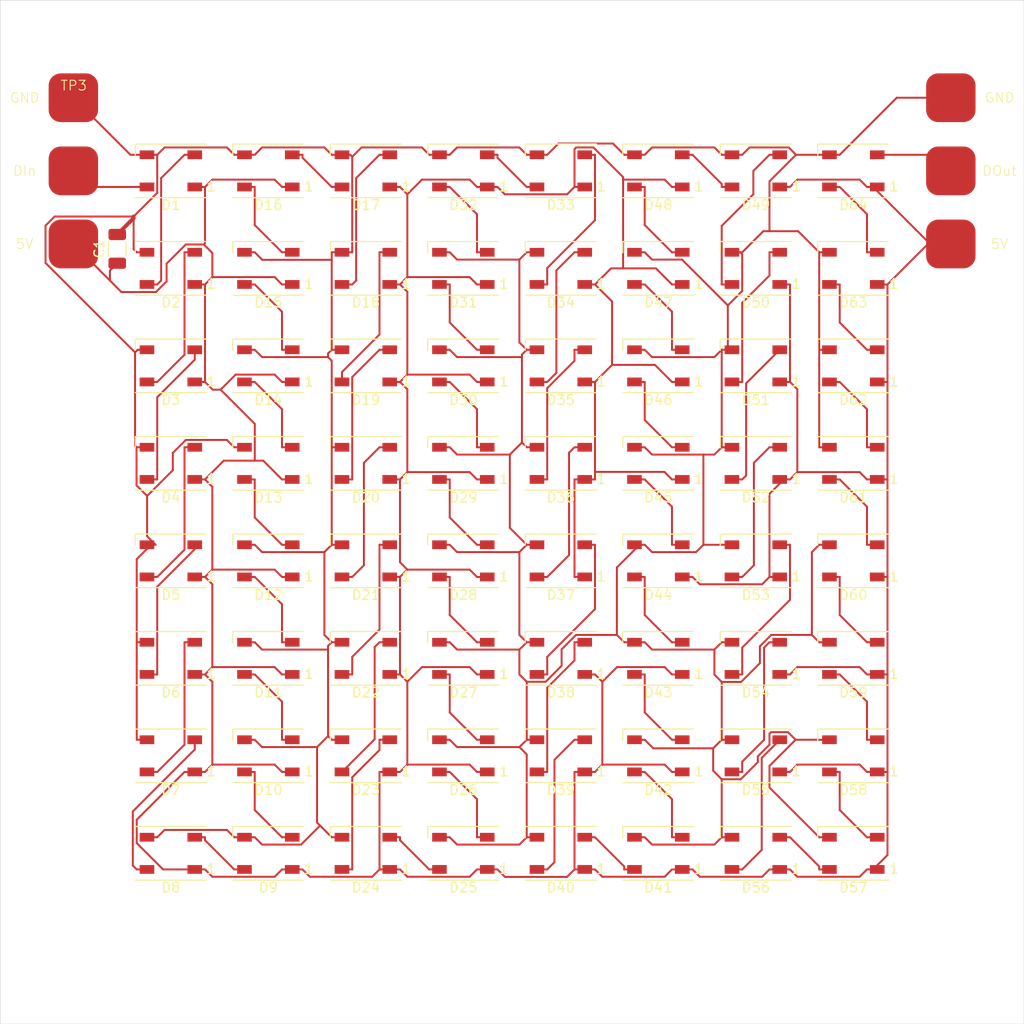
<source format=kicad_pcb>
(kicad_pcb (version 20240108) (generator "pcbnew") (generator_version "8.0")
  (layers (0 "F.Cu" signal) (31 "B.Cu" signal) (34 "B.Paste" user) (35 "F.Paste" user) (36 "B.SilkS" user "B.Silkscreen") (37 "F.SilkS" user "F.Silkscreen") (38 "B.Mask" user) (39 "F.Mask" user) (44 "Edge.Cuts" user))
  (net 0 "")
  (net 1 "+5V")
  (net 2 "Net-(D1-DIN)")
  (net 3 "GND")
  (net 4 "Net-(D1-DOUT)")
  (net 5 "Net-(D2-DOUT)")
  (net 6 "Net-(D3-DOUT)")
  (net 7 "Net-(D4-DOUT)")
  (net 8 "Net-(D5-DOUT)")
  (net 9 "Net-(D6-DOUT)")
  (net 10 "Net-(D7-DOUT)")
  (net 11 "Net-(D8-DOUT)")
  (net 12 "Net-(D10-DIN)")
  (net 13 "Net-(D10-DOUT)")
  (net 14 "Net-(D11-DOUT)")
  (net 15 "Net-(D12-DOUT)")
  (net 16 "Net-(D13-DOUT)")
  (net 17 "Net-(D14-DOUT)")
  (net 18 "Net-(D15-DOUT)")
  (net 19 "Net-(D16-DOUT)")
  (net 20 "Net-(D32-DOUT)")
  (net 21 "Net-(D33-DOUT)")
  (net 22 "Net-(D17-DOUT)")
  (net 23 "Net-(D35-DOUT)")
  (net 24 "Net-(D18-DOUT)")
  (net 25 "Net-(D19-DOUT)")
  (net 26 "Net-(D20-DOUT)")
  (net 27 "Net-(D21-DOUT)")
  (net 28 "Net-(D22-DOUT)")
  (net 29 "Net-(D23-DOUT)")
  (net 30 "Net-(D24-DOUT)")
  (net 31 "Net-(D25-DOUT)")
  (net 32 "Net-(D26-DOUT)")
  (net 33 "Net-(D27-DOUT)")
  (net 34 "Net-(D28-DOUT)")
  (net 35 "Net-(D29-DOUT)")
  (net 36 "Net-(D30-DOUT)")
  (net 37 "Net-(D31-DOUT)")
  (net 38 "Net-(D37-DOUT)")
  (net 39 "Net-(D39-DOUT)")
  (net 40 "Net-(D41-DOUT)")
  (net 41 "Net-(D43-DOUT)")
  (net 42 "Net-(D34-DOUT)")
  (net 43 "Net-(D45-DOUT)")
  (net 44 "Net-(D47-DOUT)")
  (net 45 "Net-(D36-DOUT)")
  (net 46 "Net-(D49-DOUT)")
  (net 47 "Net-(D38-DOUT)")
  (net 48 "Net-(D51-DOUT)")
  (net 49 "Net-(D40-DOUT)")
  (net 50 "Net-(D53-DOUT)")
  (net 51 "Net-(D42-DOUT)")
  (net 52 "Net-(D55-DOUT)")
  (net 53 "Net-(D44-DOUT)")
  (net 54 "Net-(D57-DOUT)")
  (net 55 "Net-(D46-DOUT)")
  (net 56 "Net-(D59-DOUT)")
  (net 57 "Net-(D48-DOUT)")
  (net 58 "Net-(D61-DOUT)")
  (net 59 "Net-(D50-DOUT)")
  (net 60 "Net-(D63-DOUT)")
  (net 61 "Net-(D52-DOUT)")
  (net 62 "Net-(D64-DOUT)")
  (net 63 "Net-(D54-DOUT)")
  (net 64 "Net-(D56-DOUT)")
  (net 65 "Net-(D58-DOUT)")
  (net 66 "Net-(D60-DOUT)")
  (net 67 "Net-(D62-DOUT)")
  (footprint "LED_SMD:LED_WS2812B_PLCC4_5.0x5.0mm_P3.2mm" (layer "F.Cu") (at 85 25 180)
    (property "Reference" "D49")
    (property "Value" "WS2812B")
  )
  (footprint "LED_SMD:LED_WS2812B_PLCC4_5.0x5.0mm_P3.2mm" (layer "F.Cu") (at 95 95 180)
    (property "Reference" "D57")
    (property "Value" "WS2812B")
  )
  (footprint "LED_SMD:LED_WS2812B_PLCC4_5.0x5.0mm_P3.2mm" (layer "F.Cu") (at 45 85 180)
    (property "Reference" "D23")
    (property "Value" "WS2812B")
  )
  (footprint "LED_SMD:LED_WS2812B_PLCC4_5.0x5.0mm_P3.2mm" (layer "F.Cu") (at 65 75 180)
    (property "Reference" "D38")
    (property "Value" "WS2812B")
  )
  (footprint "LED_SMD:LED_WS2812B_PLCC4_5.0x5.0mm_P3.2mm" (layer "F.Cu") (at 65 25 180)
    (property "Reference" "D33")
    (property "Value" "WS2812B")
  )
  (footprint "LED_SMD:LED_WS2812B_PLCC4_5.0x5.0mm_P3.2mm" (layer "F.Cu") (at 45 45 180)
    (property "Reference" "D19")
    (property "Value" "WS2812B")
  )
  (footprint "LED_SMD:LED_WS2812B_PLCC4_5.0x5.0mm_P3.2mm" (layer "F.Cu") (at 35 35 180)
    (property "Reference" "D15")
    (property "Value" "WS2812B")
  )
  (footprint "LED_SMD:LED_WS2812B_PLCC4_5.0x5.0mm_P3.2mm" (layer "F.Cu") (at 85 35 180)
    (property "Reference" "D50")
    (property "Value" "WS2812B")
  )
  (footprint "LED_SMD:LED_WS2812B_PLCC4_5.0x5.0mm_P3.2mm" (layer "F.Cu") (at 25 25 180)
    (property "Reference" "D1")
    (property "Value" "WS2812B")
  )
  (footprint "LED_SMD:LED_WS2812B_PLCC4_5.0x5.0mm_P3.2mm" (layer "F.Cu") (at 25 95 180)
    (property "Reference" "D8")
    (property "Value" "WS2812B")
  )
  (footprint "LED_SMD:LED_WS2812B_PLCC4_5.0x5.0mm_P3.2mm" (layer "F.Cu") (at 75 35 180)
    (property "Reference" "D47")
    (property "Value" "WS2812B")
  )
  (footprint "LED_SMD:LED_WS2812B_PLCC4_5.0x5.0mm_P3.2mm" (layer "F.Cu") (at 85 65 180)
    (property "Reference" "D53")
    (property "Value" "WS2812B")
  )
  (footprint "LED_SMD:LED_WS2812B_PLCC4_5.0x5.0mm_P3.2mm" (layer "F.Cu") (at 95 75 180)
    (property "Reference" "D59")
    (property "Value" "WS2812B")
  )
  (footprint "LED_SMD:LED_WS2812B_PLCC4_5.0x5.0mm_P3.2mm" (layer "F.Cu") (at 35 65 180)
    (property "Reference" "D12")
    (property "Value" "WS2812B")
  )
  (footprint "LED_SMD:LED_WS2812B_PLCC4_5.0x5.0mm_P3.2mm" (layer "F.Cu") (at 35 95 180)
    (property "Reference" "D9")
    (property "Value" "WS2812B")
  )
  (footprint "LED_SMD:LED_WS2812B_PLCC4_5.0x5.0mm_P3.2mm" (layer "F.Cu") (at 55 45 180)
    (property "Reference" "D30")
    (property "Value" "WS2812B")
  )
  (footprint "LED_SMD:LED_WS2812B_PLCC4_5.0x5.0mm_P3.2mm" (layer "F.Cu") (at 65 35 180)
    (property "Reference" "D34")
    (property "Value" "WS2812B")
  )
  (footprint "Pegoku:TestPoint" (layer "F.Cu") (at 12.5358 35)
    (property "Reference" "5V")
    (property "Value" "TestPoint" (hide yes))
  )
  (footprint "LED_SMD:LED_WS2812B_PLCC4_5.0x5.0mm_P3.2mm" (layer "F.Cu") (at 75 85 180)
    (property "Reference" "D42")
    (property "Value" "WS2812B")
  )
  (footprint "LED_SMD:LED_WS2812B_PLCC4_5.0x5.0mm_P3.2mm" (layer "F.Cu") (at 35 45 180)
    (property "Reference" "D14")
    (property "Value" "WS2812B")
  )
  (footprint "LED_SMD:LED_WS2812B_PLCC4_5.0x5.0mm_P3.2mm" (layer "F.Cu") (at 55 85 180)
    (property "Reference" "D26")
    (property "Value" "WS2812B")
  )
  (footprint "Capacitor_SMD:C_1206_3216Metric" (layer "F.Cu") (at 19.5 33 90)
    (property "Reference" "C1")
    (property "Value" "220uF")
  )
  (footprint "LED_SMD:LED_WS2812B_PLCC4_5.0x5.0mm_P3.2mm" (layer "F.Cu") (at 85 95 180)
    (property "Reference" "D56")
    (property "Value" "WS2812B")
  )
  (footprint "LED_SMD:LED_WS2812B_PLCC4_5.0x5.0mm_P3.2mm" (layer "F.Cu") (at 25 45 180)
    (property "Reference" "D3")
    (property "Value" "WS2812B")
  )
  (footprint "LED_SMD:LED_WS2812B_PLCC4_5.0x5.0mm_P3.2mm" (layer "F.Cu") (at 85 55 180)
    (property "Reference" "D52")
    (property "Value" "WS2812B")
  )
  (footprint "LED_SMD:LED_WS2812B_PLCC4_5.0x5.0mm_P3.2mm" (layer "F.Cu") (at 65 55 180)
    (property "Reference" "D36")
    (property "Value" "WS2812B")
  )
  (footprint "LED_SMD:LED_WS2812B_PLCC4_5.0x5.0mm_P3.2mm" (layer "F.Cu") (at 35 75 180)
    (property "Reference" "D11")
    (property "Value" "WS2812B")
  )
  (footprint "LED_SMD:LED_WS2812B_PLCC4_5.0x5.0mm_P3.2mm" (layer "F.Cu") (at 55 75 180)
    (property "Reference" "D27")
    (property "Value" "WS2812B")
  )
  (footprint "LED_SMD:LED_WS2812B_PLCC4_5.0x5.0mm_P3.2mm" (layer "F.Cu") (at 25 65 180)
    (property "Reference" "D5")
    (property "Value" "WS2812B")
  )
  (footprint "LED_SMD:LED_WS2812B_PLCC4_5.0x5.0mm_P3.2mm" (layer "F.Cu") (at 55 25 180)
    (property "Reference" "D32")
    (property "Value" "WS2812B")
  )
  (footprint "LED_SMD:LED_WS2812B_PLCC4_5.0x5.0mm_P3.2mm" (layer "F.Cu") (at 95 25 180)
    (property "Reference" "D64")
    (property "Value" "WS2812B")
  )
  (footprint "Pegoku:TestPoint" (layer "F.Cu") (at 102.5358 35)
    (property "Reference" "5V")
    (property "Value" "TestPoint" (hide yes))
  )
  (footprint "LED_SMD:LED_WS2812B_PLCC4_5.0x5.0mm_P3.2mm" (layer "F.Cu") (at 75 55 180)
    (property "Reference" "D45")
    (property "Value" "WS2812B")
  )
  (footprint "LED_SMD:LED_WS2812B_PLCC4_5.0x5.0mm_P3.2mm" (layer "F.Cu") (at 45 35 180)
    (property "Reference" "D18")
    (property "Value" "WS2812B")
  )
  (footprint "LED_SMD:LED_WS2812B_PLCC4_5.0x5.0mm_P3.2mm" (layer "F.Cu") (at 95 45 180)
    (property "Reference" "D62")
    (property "Value" "WS2812B")
  )
  (footprint "LED_SMD:LED_WS2812B_PLCC4_5.0x5.0mm_P3.2mm" (layer "F.Cu") (at 35 55 180)
    (property "Reference" "D13")
    (property "Value" "WS2812B")
  )
  (footprint "LED_SMD:LED_WS2812B_PLCC4_5.0x5.0mm_P3.2mm" (layer "F.Cu") (at 65 65 180)
    (property "Reference" "D37")
    (property "Value" "WS2812B")
  )
  (footprint "LED_SMD:LED_WS2812B_PLCC4_5.0x5.0mm_P3.2mm" (layer "F.Cu") (at 45 75 180)
    (property "Reference" "D22")
    (property "Value" "WS2812B")
  )
  (footprint "Pegoku:TestPoint" (layer "F.Cu") (at 102.53575 27.5)
    (property "Reference" "DOut")
    (property "Value" "TestPoint" (hide yes))
  )
  (footprint "LED_SMD:LED_WS2812B_PLCC4_5.0x5.0mm_P3.2mm" (layer "F.Cu") (at 75 75 180)
    (property "Reference" "D43")
    (property "Value" "WS2812B")
  )
  (footprint "LED_SMD:LED_WS2812B_PLCC4_5.0x5.0mm_P3.2mm" (layer "F.Cu") (at 55 65 180)
    (property "Reference" "D28")
    (property "Value" "WS2812B")
  )
  (footprint "LED_SMD:LED_WS2812B_PLCC4_5.0x5.0mm_P3.2mm" (layer "F.Cu") (at 55 55 180)
    (property "Reference" "D29")
    (property "Value" "WS2812B")
  )
  (footprint "LED_SMD:LED_WS2812B_PLCC4_5.0x5.0mm_P3.2mm" (layer "F.Cu") (at 85 75 180)
    (property "Reference" "D54")
    (property "Value" "WS2812B")
  )
  (footprint "LED_SMD:LED_WS2812B_PLCC4_5.0x5.0mm_P3.2mm" (layer "F.Cu") (at 75 95 180)
    (property "Reference" "D41")
    (property "Value" "WS2812B")
  )
  (footprint "LED_SMD:LED_WS2812B_PLCC4_5.0x5.0mm_P3.2mm" (layer "F.Cu") (at 25 75 180)
    (property "Reference" "D6")
    (property "Value" "WS2812B")
  )
  (footprint "LED_SMD:LED_WS2812B_PLCC4_5.0x5.0mm_P3.2mm" (layer "F.Cu") (at 65 45 180)
    (property "Reference" "D35")
    (property "Value" "WS2812B")
  )
  (footprint "LED_SMD:LED_WS2812B_PLCC4_5.0x5.0mm_P3.2mm" (layer "F.Cu") (at 65 95 180)
    (property "Reference" "D40")
    (property "Value" "WS2812B")
  )
  (footprint "Pegoku:TestPoint" (layer "F.Cu") (at 102.5358 20)
    (property "Reference" "TP3")
    (property "Value" "TestPoint" (hide yes))
  )
  (footprint "Pegoku:TestPoint" (layer "F.Cu") (at 12.5358 20)
    (property "Reference" "GND")
    (property "Value" "TestPoint" (hide yes))
  )
  (footprint "LED_SMD:LED_WS2812B_PLCC4_5.0x5.0mm_P3.2mm" (layer "F.Cu") (at 95 85 180)
    (property "Reference" "D58")
    (property "Value" "WS2812B")
  )
  (footprint "LED_SMD:LED_WS2812B_PLCC4_5.0x5.0mm_P3.2mm" (layer "F.Cu") (at 95 55 180)
    (property "Reference" "D61")
    (property "Value" "WS2812B")
  )
  (footprint "LED_SMD:LED_WS2812B_PLCC4_5.0x5.0mm_P3.2mm" (layer "F.Cu") (at 55 35 180)
    (property "Reference" "D31")
    (property "Value" "WS2812B")
  )
  (footprint "LED_SMD:LED_WS2812B_PLCC4_5.0x5.0mm_P3.2mm" (layer "F.Cu") (at 65 85 180)
    (property "Reference" "D39")
    (property "Value" "WS2812B")
  )
  (footprint "Pegoku:TestPoint" (layer "F.Cu") (at 12.5358 27.5)
    (property "Reference" "DIn")
    (property "Value" "TestPoint" (hide yes))
  )
  (footprint "LED_SMD:LED_WS2812B_PLCC4_5.0x5.0mm_P3.2mm" (layer "F.Cu") (at 35 25 180)
    (property "Reference" "D16")
    (property "Value" "WS2812B")
  )
  (footprint "LED_SMD:LED_WS2812B_PLCC4_5.0x5.0mm_P3.2mm" (layer "F.Cu") (at 75 65 180)
    (property "Reference" "D44")
    (property "Value" "WS2812B")
  )
  (footprint "LED_SMD:LED_WS2812B_PLCC4_5.0x5.0mm_P3.2mm" (layer "F.Cu") (at 45 95 180)
    (property "Reference" "D24")
    (property "Value" "WS2812B")
  )
  (footprint "LED_SMD:LED_WS2812B_PLCC4_5.0x5.0mm_P3.2mm" (layer "F.Cu") (at 25 35 180)
    (property "Reference" "D2")
    (property "Value" "WS2812B")
  )
  (footprint "LED_SMD:LED_WS2812B_PLCC4_5.0x5.0mm_P3.2mm" (layer "F.Cu") (at 25 55 180)
    (property "Reference" "D4")
    (property "Value" "WS2812B")
  )
  (footprint "LED_SMD:LED_WS2812B_PLCC4_5.0x5.0mm_P3.2mm" (layer "F.Cu") (at 85 45 180)
    (property "Reference" "D51")
    (property "Value" "WS2812B")
  )
  (footprint "LED_SMD:LED_WS2812B_PLCC4_5.0x5.0mm_P3.2mm" (layer "F.Cu") (at 95 65 180)
    (property "Reference" "D60")
    (property "Value" "WS2812B")
  )
  (footprint "LED_SMD:LED_WS2812B_PLCC4_5.0x5.0mm_P3.2mm" (layer "F.Cu") (at 45 25 180)
    (property "Reference" "D17")
    (property "Value" "WS2812B")
  )
  (footprint "LED_SMD:LED_WS2812B_PLCC4_5.0x5.0mm_P3.2mm" (layer "F.Cu") (at 75 25 180)
    (property "Reference" "D48")
    (property "Value" "WS2812B")
  )
  (footprint "LED_SMD:LED_WS2812B_PLCC4_5.0x5.0mm_P3.2mm" (layer "F.Cu") (at 75 45 180)
    (property "Reference" "D46")
    (property "Value" "WS2812B")
  )
  (footprint "LED_SMD:LED_WS2812B_PLCC4_5.0x5.0mm_P3.2mm" (layer "F.Cu") (at 95 35 180)
    (property "Reference" "D63")
    (property "Value" "WS2812B")
  )
  (footprint "LED_SMD:LED_WS2812B_PLCC4_5.0x5.0mm_P3.2mm" (layer "F.Cu") (at 25 85 180)
    (property "Reference" "D7")
    (property "Value" "WS2812B")
  )
  (footprint "LED_SMD:LED_WS2812B_PLCC4_5.0x5.0mm_P3.2mm" (layer "F.Cu") (at 45 65 180)
    (property "Reference" "D21")
    (property "Value" "WS2812B")
  )
  (footprint "LED_SMD:LED_WS2812B_PLCC4_5.0x5.0mm_P3.2mm" (layer "F.Cu") (at 85 85 180)
    (property "Reference" "D55")
    (property "Value" "WS2812B")
  )
  (footprint "LED_SMD:LED_WS2812B_PLCC4_5.0x5.0mm_P3.2mm" (layer "F.Cu") (at 35 85 180)
    (property "Reference" "D10")
    (property "Value" "WS2812B")
  )
  (footprint "LED_SMD:LED_WS2812B_PLCC4_5.0x5.0mm_P3.2mm" (layer "F.Cu") (at 55 95 180)
    (property "Reference" "D25")
    (property "Value" "WS2812B")
  )
  (footprint "LED_SMD:LED_WS2812B_PLCC4_5.0x5.0mm_P3.2mm" (layer "F.Cu") (at 45 55 180)
    (property "Reference" "D20")
    (property "Value" "WS2812B")
  )
  (gr_rect (start 7.5 7.5) (end 112.5 112.5) (stroke (width 0.05)) (fill none) (layer "Edge.Cuts"))
  (gr_text "GND" (at 110 17.5 0) (layer "F.SilkS") (effects (font (size 1 1) (thickness 0.1))))
  (segment (start 87.45 96.65) (end 86.3983 96.65) (width 0.2) (layer "F.Cu") (net 1))
  (segment (start 27.45 96.65) (end 28.5017 96.65) (width 0.2) (layer "F.Cu") (net 1))
  (segment (start 69.2534 77.4032) (end 70.7583 75.8983) (width 0.2) (layer "F.Cu") (net 1))
  (segment (start 58.5017 96.65) (end 59.2696 97.4179) (width 0.2) (layer "F.Cu") (net 1))
  (segment (start 88.5017 86.65) (end 89.2534 85.8983) (width 0.2) (layer "F.Cu") (net 1))
  (segment (start 87.45 86.65) (end 88.5017 86.65) (width 0.2) (layer "F.Cu") (net 1))
  (segment (start 97.0242 26.65) (end 102.6506 32.2764) (width 0.2) (layer "F.Cu") (net 1))
  (segment (start 77.45 66.65) (end 78.5017 66.65) (width 0.2) (layer "F.Cu") (net 1))
  (segment (start 68.5002 76.65) (end 69.2534 77.4032) (width 0.2) (layer "F.Cu") (net 1))
  (segment (start 98.5017 36.6507) (end 98.5017 46.65) (width 0.2) (layer "F.Cu") (net 1))
  (segment (start 37.45 56.65) (end 36.3983 56.65) (width 0.2) (layer "F.Cu") (net 1))
  (segment (start 98.5017 66.65) (end 98.5017 56.65) (width 0.2) (layer "F.Cu") (net 1))
  (segment (start 95.6466 25.8983) (end 89.2534 25.8983) (width 0.2) (layer "F.Cu") (net 1))
  (segment (start 87.45 46.65) (end 88.5017 46.65) (width 0.2) (layer "F.Cu") (net 1))
  (segment (start 87.45 26.65) (end 88.5017 26.65) (width 0.2) (layer "F.Cu") (net 1))
  (segment (start 95.6466 97.4017) (end 96.3983 96.65) (width 0.2) (layer "F.Cu") (net 1))
  (segment (start 98.5006 36.65) (end 98.501 36.65) (width 0.2) (layer "F.Cu") (net 1))
  (segment (start 68.339 22.5983) (end 71.3849 25.6442) (width 0.2) (layer "F.Cu") (net 1))
  (segment (start 77.45 86.65) (end 76.3983 86.65) (width 0.2) (layer "F.Cu") (net 1))
  (segment (start 95.6466 85.8983) (end 96.3983 86.65) (width 0.2) (layer "F.Cu") (net 1))
  (segment (start 89.2534 25.8983) (end 88.5017 26.65) (width 0.2) (layer "F.Cu") (net 1))
  (segment (start 48.5017 65.1466) (end 49.2534 65.8983) (width 0.2) (layer "F.Cu") (net 1))
  (segment (start 69.2534 97.4017) (end 68.5017 96.65) (width 0.2) (layer "F.Cu") (net 1))
  (segment (start 49.2534 35.8983) (end 48.5017 36.65) (width 0.2) (layer "F.Cu") (net 1))
  (segment (start 48.5017 46.65) (end 49.2527 47.401) (width 0.2) (layer "F.Cu") (net 1))
  (segment (start 66.3983 22.775) (end 66.575 22.5983) (width 0.2) (layer "F.Cu") (net 1))
  (segment (start 49.2534 45.8983) (end 55.6466 45.8983) (width 0.2) (layer "F.Cu") (net 1))
  (segment (start 33.6073 50.9493) (end 30.1001 47.4421) (width 0.2) (layer "F.Cu") (net 1))
  (segment (start 68.5017 36.65) (end 70.1517 35) (width 0.2) (layer "F.Cu") (net 1))
  (segment (start 28.4009 76.65) (end 28.5002 76.65) (width 0.2) (layer "F.Cu") (net 1))
  (segment (start 55.6466 35.8983) (end 49.2534 35.8983) (width 0.2) (layer "F.Cu") (net 1))
  (segment (start 66.3983 26.65) (end 65.6466 27.4017) (width 0.2) (layer "F.Cu") (net 1))
  (segment (start 98.4009 86.65) (end 98.5002 86.65) (width 0.2) (layer "F.Cu") (net 1))
  (segment (start 33.6073 54.7241) (end 34.4724 54.7241) (width 0.2) (layer "F.Cu") (net 1))
  (segment (start 47.45 96.65) (end 48.5017 96.65) (width 0.2) (layer "F.Cu") (net 1))
  (segment (start 48.5017 46.65) (end 49.2534 45.8983) (width 0.2) (layer "F.Cu") (net 1))
  (segment (start 30.1001 47.4421) (end 31.6439 45.8983) (width 0.2) (layer "F.Cu") (net 1))
  (segment (start 15.0001 32.5) (end 18.75005 36.24995) (width 0.2) (layer "F.Cu") (net 1))
  (segment (start 55.6466 55.8983) (end 56.3983 56.65) (width 0.2) (layer "F.Cu") (net 1))
  (segment (start 29.2534 65.8983) (end 28.5017 66.65) (width 0.2) (layer "F.Cu") (net 1))
  (segment (start 70.2528 44.8989) (end 68.5017 46.65) (width 0.2) (layer "F.Cu") (net 1))
  (segment (start 35.6466 75.8983) (end 36.3983 76.65) (width 0.2) (layer "F.Cu") (net 1))
  (segment (start 59.2534 27.4017) (end 58.5017 26.65) (width 0.2) (layer "F.Cu") (net 1))
  (segment (start 67.45 86.65) (end 66.3983 86.65) (width 0.2) (layer "F.Cu") (net 1))
  (segment (start 28.3785 32.5478) (end 29.2551 33.4244) (width 0.2) (layer "F.Cu") (net 1))
  (segment (start 98.5017 86.6485) (end 98.5017 76.65) (width 0.2) (layer "F.Cu") (net 1))
  (segment (start 89.2534 55.8983) (end 88.5017 56.65) (width 0.2) (layer "F.Cu") (net 1))
  (segment (start 70.1517 35) (end 71.3849 35) (width 0.2) (layer "F.Cu") (net 1))
  (segment (start 97.45 46.65) (end 98.5017 46.65) (width 0.2) (layer "F.Cu") (net 1))
  (segment (start 31.6439 45.8983) (end 35.6466 45.8983) (width 0.2) (layer "F.Cu") (net 1))
  (segment (start 27.45 76.65) (end 28.4009 76.65) (width 0.2) (layer "F.Cu") (net 1))
  (segment (start 23.4692 37.43) (end 24.5616 36.3376) (width 0.2) (layer "F.Cu") (net 1))
  (segment (start 55.6466 97.4017) (end 49.2534 97.4017) (width 0.2) (layer "F.Cu") (net 1))
  (segment (start 47.45 96.65) (end 46.4983 96.65) (width 0.2) (layer "F.Cu") (net 1))
  (segment (start 49.2534 37.4017) (end 48.5017 36.65) (width 0.2) (layer "F.Cu") (net 1))
  (segment (start 29.2534 85.8983) (end 29.2534 77.4017) (width 0.2) (layer "F.Cu") (net 1))
  (segment (start 67.45 96.65) (end 66.3983 96.65) (width 0.2) (layer "F.Cu") (net 1))
  (segment (start 30.4276 54.7241) (end 33.6073 54.7241) (width 0.2) (layer "F.Cu") (net 1))
  (segment (start 77.45 96.65) (end 78.5017 96.65) (width 0.2) (layer "F.Cu") (net 1))
  (segment (start 37.45 96.65) (end 38.5017 96.65) (width 0.2) (layer "F.Cu") (net 1))
  (segment (start 19.5 34.475) (end 18.75005 35.22495) (width 0.2) (layer "F.Cu") (net 1))
  (segment (start 47.45 76.65) (end 48.5017 76.65) (width 0.2) (layer "F.Cu") (net 1))
  (segment (start 50.7568 25.8983) (end 49.2534 27.4017) (width 0.2) (layer "F.Cu") (net 1))
  (segment (start 49.2534 65.8983) (end 55.6466 65.8983) (width 0.2) (layer "F.Cu") (net 1))
  (segment (start 46.3983 96.6498) (end 45.6464 97.4017) (width 0.2) (layer "F.Cu") (net 1))
  (segment (start 28.5002 76.65) (end 28.5017 76.65) (width 0.2) (layer "F.Cu") (net 1))
  (segment (start 88.5017 36.65) (end 88.5017 46.65) (width 0.2) (layer "F.Cu") (net 1))
  (segment (start 47.45 26.65) (end 48.5017 26.65) (width 0.2) (layer "F.Cu") (net 1))
  (segment (start 27.45 66.65) (end 28.5017 66.65) (width 0.2) (layer "F.Cu") (net 1))
  (segment (start 56.9242 76.65) (end 56.3983 76.65) (width 0.2) (layer "F.Cu") (net 1))
  (segment (start 27.45 36.65) (end 28.4009 36.65) (width 0.2) (layer "F.Cu") (net 1))
  (segment (start 28.5017 66.65) (end 29.2519 67.4002) (width 0.2) (layer "F.Cu") (net 1))
  (segment (start 89.2534 85.8983) (end 95.6466 85.8983) (width 0.2) (layer "F.Cu") (net 1))
  (segment (start 69.2534 85.8983) (end 75.6466 85.8983) (width 0.2) (layer "F.Cu") (net 1))
  (segment (start 28.5017 46.6485) (end 28.5002 46.65) (width 0.2) (layer "F.Cu") (net 1))
  (segment (start 75.6466 75.8983) (end 76.3983 76.65) (width 0.2) (layer "F.Cu") (net 1))
  (segment (start 29.2534 97.4017) (end 35.6466 97.4017) (width 0.2) (layer "F.Cu") (net 1))
  (segment (start 19.9301 37.43) (end 23.4692 37.43) (width 0.2) (layer "F.Cu") (net 1))
  (segment (start 75.6466 25.8983) (end 76.3983 26.65) (width 0.2) (layer "F.Cu") (net 1))
  (segment (start 29.2534 65.8983) (end 29.2534 57.4017) (width 0.2) (layer "F.Cu") (net 1))
  (segment (start 37.45 76.65) (end 36.3983 76.65) (width 0.2) (layer "F.Cu") (net 1))
  (segment (start 45.6464 97.4017) (end 39.2534 97.4017) (width 0.2) (layer "F.Cu") (net 1))
  (segment (start 37.45 86.65) (end 36.3983 86.65) (width 0.2) (layer "F.Cu") (net 1))
  (segment (start 97.0242 26.65) (end 96.3983 26.65) (width 0.2) (layer "F.Cu") (net 1))
  (segment (start 96.3983 26.65) (end 95.6466 25.8983) (width 0.2) (layer "F.Cu") (net 1))
  (segment (start 27.45 86.65) (end 26.3983 86.65) (width 0.2) (layer "F.Cu") (net 1))
  (segment (start 30.1001 47.4421) (end 29.2923 47.4421) (width 0.2) (layer "F.Cu") (net 1))
  (segment (start 57.45 46.65) (end 56.3983 46.65) (width 0.2) (layer "F.Cu") (net 1))
  (segment (start 49.2527 55.8983) (end 55.6466 55.8983) (width 0.2) (layer "F.Cu") (net 1))
  (segment (start 29.2519 67.4002) (end 29.2519 75.8983) (width 0.2) (layer "F.Cu") (net 1))
  (segment (start 71.3849 25.8983) (end 71.3849 35) (width 0.2) (layer "F.Cu") (net 1))
  (segment (start 67.45 56.65) (end 68.5017 56.65) (width 0.2) (layer "F.Cu") (net 1))
  (segment (start 57.9759 96.65) (end 58.5017 96.65) (width 0.2) (layer "F.Cu") (net 1))
  (segment (start 56.3983 36.65) (end 55.6466 35.8983) (width 0.2) (layer "F.Cu") (net 1))
  (segment (start 74.7483 35) (end 76.3983 36.65) (width 0.2) (layer "F.Cu") (net 1))
  (segment (start 95.6466 55.8983) (end 96.3983 56.65) (width 0.2) (layer "F.Cu") (net 1))
  (segment (start 29.2519 75.8983) (end 35.6466 75.8983) (width 0.2) (layer "F.Cu") (net 1))
  (segment (start 76.3983 46.65) (end 74.6472 44.8989) (width 0.2) (layer "F.Cu") (net 1))
  (segment (start 29.2534 77.4017) (end 28.5017 76.65) (width 0.2) (layer "F.Cu") (net 1))
  (segment (start 76.9242 96.65) (end 77.45 96.65) (width 0.2) (layer "F.Cu") (net 1))
  (segment (start 75.6466 85.8983) (end 76.3983 86.65) (width 0.2) (layer "F.Cu") (net 1))
  (segment (start 68.5017 46.65) (end 68.5017 55.8766) (width 0.2) (layer "F.Cu") (net 1))
  (segment (start 68.5017 55.8766) (end 68.5017 56.65) (width 0.2) (layer "F.Cu") (net 1))
  (segment (start 35.6466 45.8983) (end 36.3983 46.65) (width 0.2) (layer "F.Cu") (net 1))
  (segment (start 77.45 56.65) (end 76.3983 56.65) (width 0.2) (layer "F.Cu") (net 1))
  (segment (start 97.45 86.65) (end 98.4009 86.65) (width 0.2) (layer "F.Cu") (net 1))
  (segment (start 97.45 36.65) (end 98.4009 36.65) (width 0.2) (layer "F.Cu") (net 1))
  (segment (start 102.6506 32.2764) (end 102.6506 32.5) (width 0.2) (layer "F.Cu") (net 1))
  (segment (start 21.4983 91.55) (end 21.4983 93.9497) (width 0.2) (layer "F.Cu") (net 1))
  (segment (start 70.2528 38.4011) (end 68.5017 36.65) (width 0.2) (layer "F.Cu") (net 1))
  (segment (start 55.6466 85.8983) (end 49.2534 85.8983) (width 0.2) (layer "F.Cu") (net 1))
  (segment (start 27.45 46.65) (end 28.5002 46.65) (width 0.2) (layer "F.Cu") (net 1))
  (segment (start 97.45 76.65) (end 98.5017 76.65) (width 0.2) (layer "F.Cu") (net 1))
  (segment (start 49.2534 77.4017) (end 50.7568 75.8983) (width 0.2) (layer "F.Cu") (net 1))
  (segment (start 18.75005 35.22495) (end 18.75005 36.24995) (width 0.2) (layer "F.Cu") (net 1))
  (segment (start 47.45 86.65) (end 48.5017 86.65) (width 0.2) (layer "F.Cu") (net 1))
  (segment (start 56.3983 96.65) (end 55.6466 97.4017) (width 0.2) (layer "F.Cu") (net 1))
  (segment (start 98.501 36.65) (end 98.5017 36.6507) (width 0.2) (layer "F.Cu") (net 1))
  (segment (start 98.5017 56.6485) (end 98.5017 46.65) (width 0.2) (layer "F.Cu") (net 1))
  (segment (start 65.6304 97.4179) (end 66.3983 96.65) (width 0.2) (layer "F.Cu") (net 1))
  (segment (start 48.501 56.65) (end 49.2527 55.8983) (width 0.2) (layer "F.Cu") (net 1))
  (segment (start 56.3983 86.65) (end 55.6466 85.8983) (width 0.2) (layer "F.Cu") (net 1))
  (segment (start 36.3983 66.65) (end 35.6466 65.8983) (width 0.2) (layer "F.Cu") (net 1))
  (segment (start 50.7568 75.8983) (end 55.6466 75.8983) (width 0.2) (layer "F.Cu") (net 1))
  (segment (start 86.3983 66.65) (end 85.6466 67.4017) (width 0.2) (layer "F.Cu") (net 1))
  (segment (start 56.9242 76.65) (end 57.45 76.65) (width 0.2) (layer "F.Cu") (net 1))
  (segment (start 47.45 46.65) (end 48.5017 46.65) (width 0.2) (layer "F.Cu") (net 1))
  (segment (start 28.5002 76.65) (end 29.2519 75.8983) (width 0.2) (layer "F.Cu") (net 1))
  (segment (start 49.2534 45.8983) (end 49.2534 37.4017) (width 0.2) (layer "F.Cu") (net 1))
  (segment (start 67.45 76.65) (end 68.4009 76.65) (width 0.2) (layer "F.Cu") (net 1))
  (segment (start 18.75005 36.24995) (end 19.9301 37.43) (width 0.2) (layer "F.Cu") (net 1))
  (segment (start 97.45 96.65) (end 97.025 96.65) (width 0.2) (layer "F.Cu") (net 1))
  (segment (start 46.3983 96.6498) (end 46.3983 86.65) (width 0.2) (layer "F.Cu") (net 1))
  (segment (start 66.3983 66.65) (end 66.3983 56.65) (width 0.2) (layer "F.Cu") (net 1))
  (segment (start 68.5017 86.65) (end 69.2534 85.8983) (width 0.2) (layer "F.Cu") (net 1))
  (segment (start 35.6466 65.8983) (end 29.2534 65.8983) (width 0.2) (layer "F.Cu") (net 1))
  (segment (start 57.9759 96.65) (end 57.45 96.65) (width 0.2) (layer "F.Cu") (net 1))
  (segment (start 28.5 36.65) (end 28.5017 36.6517) (width 0.2) (layer "F.Cu") (net 1))
  (segment (start 76.3983 96.65) (end 75.6466 97.4017) (width 0.2) (layer "F.Cu") (net 1))
  (segment (start 49.2534 85.8983) (end 49.2534 77.4017) (width 0.2) (layer "F.Cu") (net 1))
  (segment (start 67.45 86.65) (end 68.5017 86.65) (width 0.2) (layer "F.Cu") (net 1))
  (segment (start 98.5017 76.65) (end 98.5017 66.65) (width 0.2) (layer "F.Cu") (net 1))
  (segment (start 55.6466 25.8983) (end 50.7568 25.8983) (width 0.2) (layer "F.Cu") (net 1))
  (segment (start 98.5002 36.65) (end 98.5006 36.65) (width 0.2) (layer "F.Cu") (net 1))
  (segment (start 28.5017 96.65) (end 29.2534 97.4017) (width 0.2) (layer "F.Cu") (net 1))
  (segment (start 98.5017 95.1733) (end 98.5017 86.65) (width 0.2) (layer "F.Cu") (net 1))
  (segment (start 85.6466 97.4017) (end 86.3983 96.65) (width 0.2) (layer "F.Cu") (net 1))
  (segment (start 33.6073 54.7241) (end 33.6073 50.9493) (width 0.2) (layer "F.Cu") (net 1))
  (segment (start 97.45 86.65) (end 96.3983 86.65) (width 0.2) (layer "F.Cu") (net 1))
  (segment (start 86.3983 58.1267) (end 86.3983 66.65) (width 0.2) (layer "F.Cu") (net 1))
  (segment (start 67.45 36.65) (end 68.5017 36.65) (width 0.2) (layer "F.Cu") (net 1))
  (segment (start 75.6249 55.8766) (end 76.3983 56.65) (width 0.2) (layer "F.Cu") (net 1))
  (segment (start 77.45 36.65) (end 76.3983 36.65) (width 0.2) (layer "F.Cu") (net 1))
  (segment (start 36.3983 26.65) (end 35.6466 25.8983) (width 0.2) (layer "F.Cu") (net 1))
  (segment (start 47.45 66.65) (end 48.5017 66.65) (width 0.2) (layer "F.Cu") (net 1))
  (segment (start 70.2528 44.8989) (end 70.2528 38.4011) (width 0.2) (layer "F.Cu") (net 1))
  (segment (start 69.2534 77.4032) (end 69.2534 85.8983) (width 0.2) (layer "F.Cu") (net 1))
  (segment (start 49.2534 85.8983) (end 48.5017 86.65) (width 0.2) (layer "F.Cu") (net 1))
  (segment (start 49.2534 27.4017) (end 48.5017 26.65) (width 0.2) (layer "F.Cu") (net 1))
  (segment (start 37.45 36.65) (end 36.3983 36.65) (width 0.2) (layer "F.Cu") (net 1))
  (segment (start 29.2551 33.4244) (end 29.2551 35.8983) (width 0.2) (layer "F.Cu") (net 1))
  (segment (start 57.45 96.65) (end 56.3983 96.65) (width 0.2) (layer "F.Cu") (net 1))
  (segment (start 87.45 56.65) (end 87.875 56.65) (width 0.2) (layer "F.Cu") (net 1))
  (segment (start 98.5002 86.65) (end 98.5017 86.65) (width 0.2) (layer "F.Cu") (net 1))
  (segment (start 76.9242 96.65) (end 76.3983 96.65) (width 0.2) (layer "F.Cu") (net 1))
  (segment (start 28.4009 36.65) (end 28.5 36.65) (width 0.2) (layer "F.Cu") (net 1))
  (segment (start 49.2534 35.8983) (end 49.2534 27.4017) (width 0.2) (layer "F.Cu") (net 1))
  (segment (start 87.45 96.65) (end 88.5017 96.65) (width 0.2) (layer "F.Cu") (net 1))
  (segment (start 29.2923 47.4421) (end 28.5002 46.65) (width 0.2) (layer "F.Cu") (net 1))
  (segment (start 79.2534 97.4017) (end 85.6466 97.4017) (width 0.2) (layer "F.Cu") (net 1))
  (segment (start 89.2534 47.4017) (end 89.2534 55.8983) (width 0.2) (layer "F.Cu") (net 1))
  (segment (start 47.45 56.65) (end 48.4009 56.65) (width 0.2) (layer "F.Cu") (net 1))
  (segment (start 98.4009 36.65) (end 98.5002 36.65) (width 0.2) (layer "F.Cu") (net 1))
  (segment (start 26.3983 86.65) (end 21.4983 91.55) (width 0.2) (layer "F.Cu") (net 1))
  (segment (start 87.45 66.65) (end 86.3983 66.65) (width 0.2) (layer "F.Cu") (net 1))
  (segment (start 75.6466 97.4017) (end 69.2534 97.4017) (width 0.2) (layer "F.Cu") (net 1))
  (segment (start 95.6466 75.8983) (end 89.2534 75.8983) (width 0.2) (layer "F.Cu") (net 1))
  (segment (start 37.45 26.65) (end 36.3983 26.65) (width 0.2) (layer "F.Cu") (net 1))
  (segment (start 57.45 86.65) (end 56.3983 86.65) (width 0.2) (layer "F.Cu") (net 1))
  (segment (start 77.45 76.65) (end 76.3983 76.65) (width 0.2) (layer "F.Cu") (net 1))
  (segment (start 57.9759 26.65) (end 57.45 26.65) (width 0.2) (layer "F.Cu") (net 1))
  (segment (start 67.45 46.65) (end 68.5017 46.65) (width 0.2) (layer "F.Cu") (net 1))
  (segment (start 74.6472 44.8989) (end 70.2528 44.8989) (width 0.2) (layer "F.Cu") (net 1))
  (segment (start 98.5002 56.65) (end 98.5017 56.65) (width 0.2) (layer "F.Cu") (net 1))
  (segment (start 97.025 96.65) (end 96.3983 96.65) (width 0.2) (layer "F.Cu") (net 1))
  (segment (start 97.025 96.65) (end 98.5017 95.1733) (width 0.2) (layer "F.Cu") (net 1))
  (segment (start 87.875 56.65) (end 88.5017 56.65) (width 0.2) (layer "F.Cu") (net 1))
  (segment (start 87.45 36.65) (end 88.5017 36.65) (width 0.2) (layer "F.Cu") (net 1))
  (segment (start 29.2551 35.8983) (end 35.6466 35.8983) (width 0.2) (layer "F.Cu") (net 1))
  (segment (start 78.5017 96.65) (end 79.2534 97.4017) (width 0.2) (layer "F.Cu") (net 1))
  (segment (start 36.3983 86.65) (end 35.6466 85.8983) (width 0.2) (layer "F.Cu") (net 1))
  (segment (start 49.2534 97.4017) (end 48.5017 96.65) (width 0.2) (layer "F.Cu") (net 1))
  (segment (start 88.5017 46.65) (end 89.2534 47.4017) (width 0.2) (layer "F.Cu") (net 1))
  (segment (start 88.5017 96.65) (end 89.2534 97.4017) (width 0.2) (layer "F.Cu") (net 1))
  (segment (start 27.45 26.65) (end 28.5017 26.65) (width 0.2) (layer "F.Cu") (net 1))
  (segment (start 29.2534 25.8983) (end 28.5017 26.65) (width 0.2) (layer "F.Cu") (net 1))
  (segment (start 55.6466 75.8983) (end 56.3983 76.65) (width 0.2) (layer "F.Cu") (net 1))
  (segment (start 57.45 26.65) (end 56.3983 26.65) (width 0.2) (layer "F.Cu") (net 1))
  (segment (start 97.45 66.65) (end 98.5017 66.65) (width 0.2) (layer "F.Cu") (net 1))
  (segment (start 35.6466 35.8983) (end 36.3983 36.65) (width 0.2) (layer "F.Cu") (net 1))
  (segment (start 24.5616 36.3376) (end 24.5616 34.5168) (width 0.2) (layer "F.Cu") (net 1))
  (segment (start 29.2534 57.4017) (end 28.5017 56.65) (width 0.2) (layer "F.Cu") (net 1))
  (segment (start 29.2534 85.8983) (end 28.5017 86.65) (width 0.2) (layer "F.Cu") (net 1))
  (segment (start 68.5017 55.8766) (end 75.6249 55.8766) (width 0.2) (layer "F.Cu") (net 1))
  (segment (start 48.5017 66.65) (end 48.5017 76.65) (width 0.2) (layer "F.Cu") (net 1))
  (segment (start 28.5017 36.6517) (end 28.5017 46.6485) (width 0.2) (layer "F.Cu") (net 1))
  (segment (start 55.6466 45.8983) (end 56.3983 46.65) (width 0.2) (layer "F.Cu") (net 1))
  (segment (start 49.2527 47.401) (end 49.2527 55.8983) (width 0.2) (layer "F.Cu") (net 1))
  (segment (start 49.2534 65.8983) (end 48.5017 66.65) (width 0.2) (layer "F.Cu") (net 1))
  (segment (start 98.4009 56.65) (end 98.5002 56.65) (width 0.2) (layer "F.Cu") (net 1))
  (segment (start 89.2534 55.8983) (end 95.6466 55.8983) (width 0.2) (layer "F.Cu") (net 1))
  (segment (start 79.2534 67.4017) (end 78.5017 66.65) (width 0.2) (layer "F.Cu") (net 1))
  (segment (start 56.3983 26.65) (end 55.6466 25.8983) (width 0.2) (layer "F.Cu") (net 1))
  (segment (start 28.5017 36.6517) (end 29.2551 35.8983) (width 0.2) (layer "F.Cu") (net 1))
  (segment (start 48.5002 56.65) (end 48.501 56.65) (width 0.2) (layer "F.Cu") (net 1))
  (segment (start 87.875 56.65) (end 86.3983 58.1267) (width 0.2) (layer "F.Cu") (net 1))
  (segment (start 97.45 56.65) (end 98.4009 56.65) (width 0.2) (layer "F.Cu") (net 1))
  (segment (start 89.2534 75.8983) (end 88.5017 76.65) (width 0.2) (layer "F.Cu") (net 1))
  (segment (start 27.45 86.65) (end 28.5017 86.65) (width 0.2) (layer "F.Cu") (net 1))
  (segment (start 37.45 66.65) (end 36.3983 66.65) (width 0.2) (layer "F.Cu") (net 1))
  (segment (start 35.6466 25.8983) (end 29.2534 25.8983) (width 0.2) (layer "F.Cu") (net 1))
  (segment (start 28.5017 56.65) (end 30.4276 54.7241) (width 0.2) (layer "F.Cu") (net 1))
  (segment (start 24.5616 34.5168) (end 26.5306 32.5478) (width 0.2) (layer "F.Cu") (net 1))
  (segment (start 47.45 86.65) (end 46.3983 86.65) (width 0.2) (layer "F.Cu") (net 1))
  (segment (start 89.2534 97.4017) (end 95.6466 97.4017) (width 0.2) (layer "F.Cu") (net 1))
  (segment (start 49.2534 77.4017) (end 48.5017 76.65) (width 0.2) (layer "F.Cu") (net 1))
  (segment (start 66.3983 96.65) (end 66.3983 86.65) (width 0.2) (layer "F.Cu") (net 1))
  (segment (start 48.501 56.65) (end 48.5017 56.65) (width 0.2) (layer "F.Cu") (net 1))
  (segment (start 28.5017 32.4246) (end 28.5017 26.65) (width 0.2) (layer "F.Cu") (net 1))
  (segment (start 67.45 26.65) (end 66.3983 26.65) (width 0.2) (layer "F.Cu") (net 1))
  (segment (start 57.45 66.65) (end 56.3983 66.65) (width 0.2) (layer "F.Cu") (net 1))
  (segment (start 48.5017 56.65) (end 48.5017 65.1466) (width 0.2) (layer "F.Cu") (net 1))
  (segment (start 57.45 56.65) (end 56.3983 56.65) (width 0.2) (layer "F.Cu") (net 1))
  (segment (start 71.3849 25.8983) (end 75.6466 25.8983) (width 0.2) (layer "F.Cu") (net 1))
  (segment (start 37.45 46.65) (end 36.3983 46.65) (width 0.2) (layer "F.Cu") (net 1))
  (segment (start 67.45 96.65) (end 68.5017 96.65) (width 0.2) (layer "F.Cu") (net 1))
  (segment (start 66.3983 26.65) (end 66.3983 22.775) (width 0.2) (layer "F.Cu") (net 1))
  (segment (start 71.3849 35) (end 74.7483 35) (width 0.2) (layer "F.Cu") (net 1))
  (segment (start 21.4983 93.9497) (end 24.1986 96.65) (width 0.2) (layer "F.Cu") (net 1))
  (segment (start 67.45 56.65) (end 66.3983 56.65) (width 0.2) (layer "F.Cu") (net 1))
  (segment (start 85.6466 67.4017) (end 79.2534 67.4017) (width 0.2) (layer "F.Cu") (net 1))
  (segment (start 97.45 76.65) (end 96.3983 76.65) (width 0.2) (layer "F.Cu") (net 1))
  (segment (start 77.45 26.65) (end 76.3983 26.65) (width 0.2) (layer "F.Cu") (net 1))
  (segment (start 97.45 56.65) (end 96.3983 56.65) (width 0.2) (layer "F.Cu") (net 1))
  (segment (start 98.5002 56.65) (end 98.5017 56.6485) (width 0.2) (layer "F.Cu") (net 1))
  (segment (start 70.7583 75.8983) (end 75.6466 75.8983) (width 0.2) (layer "F.Cu") (net 1))
  (segment (start 48.4009 56.65) (end 48.5002 56.65) (width 0.2) (layer "F.Cu") (net 1))
  (segment (start 35.6466 85.8983) (end 29.2534 85.8983) (width 0.2) (layer "F.Cu") (net 1))
  (segment (start 46.4983 96.65) (end 46.3985 96.65) (width 0.2) (layer "F.Cu") (net 1))
  (segment (start 55.6466 65.8983) (end 56.3983 66.65) (width 0.2) (layer "F.Cu") (net 1))
  (segment (start 57.45 36.65) (end 56.3983 36.65) (width 0.2) (layer "F.Cu") (net 1))
  (segment (start 57.9759 26.65) (end 58.5017 26.65) (width 0.2) (layer "F.Cu") (net 1))
  (segment (start 28.3785 32.5478) (end 28.5017 32.4246) (width 0.2) (layer "F.Cu") (net 1))
  (segment (start 37.45 96.65) (end 36.3983 96.65) (width 0.2) (layer "F.Cu") (net 1))
  (segment (start 35.6466 97.4017) (end 36.3983 96.65) (width 0.2) (layer "F.Cu") (net 1))
  (segment (start 47.45 36.65) (end 48.5017 36.65) (width 0.2) (layer "F.Cu") (net 1))
  (segment (start 98.5006 36.65) (end 102.6506 32.5) (width 0.2) (layer "F.Cu") (net 1))
  (segment (start 46.3985 96.65) (end 46.3983 96.6498) (width 0.2) (layer "F.Cu") (net 1))
  (segment (start 34.4724 54.7241) (end 36.3983 56.65) (width 0.2) (layer "F.Cu") (net 1))
  (segment (start 68.4009 76.65) (end 68.5002 76.65) (width 0.2) (layer "F.Cu") (net 1))
  (segment (start 67.45 66.65) (end 66.3983 66.65) (width 0.2) (layer "F.Cu") (net 1))
  (segment (start 24.1986 96.65) (end 27.45 96.65) (width 0.2) (layer "F.Cu") (net 1))
  (segment (start 39.2534 97.4017) (end 38.5017 96.65) (width 0.2) (layer "F.Cu") (net 1))
  (segment (start 98.5002 86.65) (end 98.5017 86.6485) (width 0.2) (layer "F.Cu") (net 1))
  (segment (start 59.2696 97.4179) (end 65.6304 97.4179) (width 0.2) (layer "F.Cu") (net 1))
  (segment (start 26.5306 32.5478) (end 28.3785 32.5478) (width 0.2) (layer "F.Cu") (net 1))
  (segment (start 66.575 22.5983) (end 68.339 22.5983) (width 0.2) (layer "F.Cu") (net 1))
  (segment (start 77.45 46.65) (end 76.3983 46.65) (width 0.2) (layer "F.Cu") (net 1))
  (segment (start 87.45 76.65) (end 88.5017 76.65) (width 0.2) (layer "F.Cu") (net 1))
  (segment (start 96.3983 76.65) (end 95.6466 75.8983) (width 0.2) (layer "F.Cu") (net 1))
  (segment (start 102.6506 32.5) (end 105.0001 32.5) (width 0.2) (layer "F.Cu") (net 1))
  (segment (start 97.45 26.65) (end 97.0242 26.65) (width 0.2) (layer "F.Cu") (net 1))
  (segment (start 27.45 56.65) (end 28.5017 56.65) (width 0.2) (layer "F.Cu") (net 1))
  (segment (start 65.6466 27.4017) (end 59.2534 27.4017) (width 0.2) (layer "F.Cu") (net 1))
  (segment (start 71.3849 25.6442) (end 71.3849 25.8983) (width 0.2) (layer "F.Cu") (net 1))
  (segment (start 22.55 26.65) (end 16.6501 26.65) (width 0.2) (layer "F.Cu") (net 2))
  (segment (start 16.6501 26.65) (end 15.0001 25) (width 0.2) (layer "F.Cu") (net 2))
  (segment (start 85.4154 73.7579) (end 86.575 72.5983) (width 0.2) (layer "F.Cu") (net 3))
  (segment (start 62.55 43.35) (end 61.4983 43.35) (width 0.2) (layer "F.Cu") (net 3))
  (segment (start 42.55 33.35) (end 41.4983 33.35) (width 0.2) (layer "F.Cu") (net 3))
  (segment (start 54.3534 74.1017) (end 60.7466 74.1017) (width 0.2) (layer "F.Cu") (net 3))
  (segment (start 41.4998 63.35) (end 41.4983 63.35) (width 0.2) (layer "F.Cu") (net 3))
  (segment (start 74.3534 54.1017) (end 73.6017 53.35) (width 0.2) (layer "F.Cu") (net 3))
  (segment (start 82.55 23.35) (end 83.6017 23.35) (width 0.2) (layer "F.Cu") (net 3))
  (segment (start 83.4018 33.35) (end 83.6017 33.35) (width 0.2) (layer "F.Cu") (net 3))
  (segment (start 34.3534 64.1017) (end 40.7466 64.1017) (width 0.2) (layer "F.Cu") (net 3))
  (segment (start 41.4983 53.3515) (end 41.4983 63.3485) (width 0.2) (layer "F.Cu") (net 3))
  (segment (start 32.55 63.35) (end 33.6017 63.35) (width 0.2) (layer "F.Cu") (net 3))
  (segment (start 41.1225 74.1017) (end 34.3534 74.1017) (width 0.2) (layer "F.Cu") (net 3))
  (segment (start 83.6017 37.32) (end 83.6017 33.5499) (width 0.2) (layer "F.Cu") (net 3))
  (segment (start 41.4983 53.35) (end 41.4983 44.4775) (width 0.2) (layer "F.Cu") (net 3))
  (segment (start 39.995 91.8467) (end 39.995 84.1017) (width 0.2) (layer "F.Cu") (net 3))
  (segment (start 85.2008 85.0488) (end 86.3983 83.8513) (width 0.2) (layer "F.Cu") (net 3))
  (segment (start 60.7466 22.5983) (end 61.4983 23.35) (width 0.2) (layer "F.Cu") (net 3))
  (segment (start 92.55 93.35) (end 91.4983 93.35) (width 0.2) (layer "F.Cu") (net 3))
  (segment (start 73.6017 63.35) (end 74.3534 64.1017) (width 0.2) (layer "F.Cu") (net 3))
  (segment (start 86.3983 82.7379) (end 86.5653 82.5709) (width 0.2) (layer "F.Cu") (net 3))
  (segment (start 60.7466 76.6485) (end 60.7466 74.1017) (width 0.2) (layer "F.Cu") (net 3))
  (segment (start 72.55 43.35) (end 73.6017 43.35) (width 0.2) (layer "F.Cu") (net 3))
  (segment (start 22.5627 62.4773) (end 22.5627 58.3425) (width 0.2) (layer "F.Cu") (net 3))
  (segment (start 91.4998 43.35) (end 91.4983 43.35) (width 0.2) (layer "F.Cu") (net 3))
  (segment (start 74.4771 84.2254) (end 80.6229 84.2254) (width 0.2) (layer "F.Cu") (net 3))
  (segment (start 70.7466 72.5983) (end 66.5537 72.5983) (width 0.2) (layer "F.Cu") (net 3))
  (segment (start 82.55 93.35) (end 81.4983 93.35) (width 0.2) (layer "F.Cu") (net 3))
  (segment (start 62.55 63.35) (end 61.4983 63.35) (width 0.2) (layer "F.Cu") (net 3))
  (segment (start 42.55 73.35) (end 41.4983 73.35) (width 0.2) (layer "F.Cu") (net 3))
  (segment (start 23.6002 23.35) (end 23.6017 23.3515) (width 0.2) (layer "F.Cu") (net 3))
  (segment (start 34.3534 94.1017) (end 38.3566 94.1017) (width 0.2) (layer "F.Cu") (net 3))
  (segment (start 30.7466 92.5983) (end 24.3534 92.5983) (width 0.2) (layer "F.Cu") (net 3))
  (segment (start 12.1448 30.6142) (end 12.1448 34.441) (width 0.2) (layer "F.Cu") (net 3))
  (segment (start 92.55 63.35) (end 91.4983 63.35) (width 0.2) (layer "F.Cu") (net 3))
  (segment (start 88.2977 82.5709) (end 89.0768 83.35) (width 0.2) (layer "F.Cu") (net 3))
  (segment (start 72.975 23.35) (end 73.6017 23.35) (width 0.2) (layer "F.Cu") (net 3))
  (segment (start 50.7466 22.5983) (end 51.4983 23.35) (width 0.2) (layer "F.Cu") (net 3))
  (segment (start 74.3534 34.1017) (end 73.6017 33.35) (width 0.2) (layer "F.Cu") (net 3))
  (segment (start 81.4983 87.4017) (end 80.6229 86.5263) (width 0.2) (layer "F.Cu") (net 3))
  (segment (start 74.3534 22.5983) (end 73.6017 23.35) (width 0.2) (layer "F.Cu") (net 3))
  (segment (start 61.4983 43.35) (end 61.0085 43.8398) (width 0.2) (layer "F.Cu") (net 3))
  (segment (start 40.7466 22.5983) (end 41.4983 23.35) (width 0.2) (layer "F.Cu") (net 3))
  (segment (start 42.55 23.35) (end 43.4018 23.35) (width 0.2) (layer "F.Cu") (net 3))
  (segment (start 41.4983 73.35) (end 40.7466 72.5983) (width 0.2) (layer "F.Cu") (net 3))
  (segment (start 32.55 43.35) (end 33.6017 43.35) (width 0.2) (layer "F.Cu") (net 3))
  (segment (start 80.7466 22.5983) (end 74.3534 22.5983) (width 0.2) (layer "F.Cu") (net 3))
  (segment (start 90.7466 64.1017) (end 90.7466 72.5983) (width 0.2) (layer "F.Cu") (net 3))
  (segment (start 73.6017 73.35) (end 74.3534 74.1017) (width 0.2) (layer "F.Cu") (net 3))
  (segment (start 72.55 73.35) (end 73.6017 73.35) (width 0.2) (layer "F.Cu") (net 3))
  (segment (start 91.4983 53.35) (end 91.4983 43.3515) (width 0.2) (layer "F.Cu") (net 3))
  (segment (start 72.0242 73.35) (end 72.55 73.35) (width 0.2) (layer "F.Cu") (net 3))
  (segment (start 31.4983 93.35) (end 30.7466 92.5983) (width 0.2) (layer "F.Cu") (net 3))
  (segment (start 81.4998 43.35) (end 81.4983 43.35) (width 0.2) (layer "F.Cu") (net 3))
  (segment (start 62.55 23.35) (end 61.4983 23.35) (width 0.2) (layer "F.Cu") (net 3))
  (segment (start 62.55 73.35) (end 61.4983 73.35) (width 0.2) (layer "F.Cu") (net 3))
  (segment (start 41.4983 73.35) (end 41.1225 73.7258) (width 0.2) (layer "F.Cu") (net 3))
  (segment (start 25.2009 55.7043) (end 25.2009 53.9306) (width 0.2) (layer "F.Cu") (net 3))
  (segment (start 60.7466 72.5983) (end 61.4983 73.35) (width 0.2) (layer "F.Cu") (net 3))
  (segment (start 33.6017 43.35) (end 34.3534 44.1017) (width 0.2) (layer "F.Cu") (net 3))
  (segment (start 22.55 23.35) (end 23.5009 23.35) (width 0.2) (layer "F.Cu") (net 3))
  (segment (start 61.5992 83.35) (end 61.4998 83.35) (width 0.2) (layer "F.Cu") (net 3))
  (segment (start 61.4998 77.4017) (end 60.7466 76.6485) (width 0.2) (layer "F.Cu") (net 3))
  (segment (start 23.5009 23.35) (end 23.6002 23.35) (width 0.2) (layer "F.Cu") (net 3))
  (segment (start 82.0242 23.35) (end 82.55 23.35) (width 0.2) (layer "F.Cu") (net 3))
  (segment (start 40.3033 92.155) (end 39.995 91.8467) (width 0.2) (layer "F.Cu") (net 3))
  (segment (start 33.6017 93.35) (end 34.3534 94.1017) (width 0.2) (layer "F.Cu") (net 3))
  (segment (start 80.7466 74.1017) (end 80.7466 76.6664) (width 0.2) (layer "F.Cu") (net 3))
  (segment (start 23.6017 27.2606) (end 21.1802 29.6821) (width 0.2) (layer "F.Cu") (net 3))
  (segment (start 34.3751 34.1234) (end 33.6017 33.35) (width 0.2) (layer "F.Cu") (net 3))
  (segment (start 64.7551 22.1966) (end 63.6017 23.35) (width 0.2) (layer "F.Cu") (net 3))
  (segment (start 24.3549 22.5983) (end 23.6017 23.3515) (width 0.2) (layer "F.Cu") (net 3))
  (segment (start 61.0085 52.8602) (end 61.4983 53.35) (width 0.2) (layer "F.Cu") (net 3))
  (segment (start 86.3983 83.8513) (end 86.3983 82.7379) (width 0.2) (layer "F.Cu") (net 3))
  (segment (start 80.7466 74.1017) (end 81.4983 73.35) (width 0.2) (layer "F.Cu") (net 3))
  (segment (start 81.4983 87.4017) (end 81.4983 93.35) (width 0.2) (layer "F.Cu") (net 3))
  (segment (start 54.3534 54.1017) (end 59.767 54.1017) (width 0.2) (layer "F.Cu") (net 3))
  (segment (start 22.9751 63.35) (end 23.4354 63.35) (width 0.2) (layer "F.Cu") (net 3))
  (segment (start 70.7466 72.5983) (end 71.4983 73.35) (width 0.2) (layer "F.Cu") (net 3))
  (segment (start 22.55 73.35) (end 21.4998 73.35) (width 0.2) (layer "F.Cu") (net 3))
  (segment (start 61.4983 43.35) (end 60.7466 42.5983) (width 0.2) (layer "F.Cu") (net 3))
  (segment (start 42.0242 23.35) (end 42.55 23.35) (width 0.2) (layer "F.Cu") (net 3))
  (segment (start 60.7466 84.1017) (end 61.4983 84.8534) (width 0.2) (layer "F.Cu") (net 3))
  (segment (start 52.55 93.35) (end 53.6017 93.35) (width 0.2) (layer "F.Cu") (net 3))
  (segment (start 53.6017 63.35) (end 54.3534 64.1017) (width 0.2) (layer "F.Cu") (net 3))
  (segment (start 61.4983 63.35) (end 59.767 61.6187) (width 0.2) (layer "F.Cu") (net 3))
  (segment (start 40.7466 72.5983) (end 40.7466 64.1017) (width 0.2) (layer "F.Cu") (net 3))
  (segment (start 52.55 63.35) (end 53.6017 63.35) (width 0.2) (layer "F.Cu") (net 3))
  (segment (start 82.125 43.35) (end 81.4998 43.35) (width 0.2) (layer "F.Cu") (net 3))
  (segment (start 25.2009 53.9306) (end 26.5332 52.5983) (width 0.2) (layer "F.Cu") (net 3))
  (segment (start 53.6017 33.35) (end 54.3534 34.1017) (width 0.2) (layer "F.Cu") (net 3))
  (segment (start 63.4385 77.4017) (end 61.4998 77.4017) (width 0.2) (layer "F.Cu") (net 3))
  (segment (start 18.75005 21.24995) (end 20.8501 23.35) (width 0.2) (layer "F.Cu") (net 3))
  (segment (start 72.0242 73.35) (end 71.4983 73.35) (width 0.2) (layer "F.Cu") (net 3))
  (segment (start 52.55 23.35) (end 51.4983 23.35) (width 0.2) (layer "F.Cu") (net 3))
  (segment (start 62.55 33.35) (end 61.4983 33.35) (width 0.2) (layer "F.Cu") (net 3))
  (segment (start 54.3534 64.1017) (end 60.7466 64.1017) (width 0.2) (layer "F.Cu") (net 3))
  (segment (start 65.078 74.074) (end 65.078 75.7622) (width 0.2) (layer "F.Cu") (net 3))
  (segment (start 42.55 33.35) (end 43.6017 33.35) (width 0.2) (layer "F.Cu") (net 3))
  (segment (start 43.6017 23.5499) (end 43.4018 23.35) (width 0.2) (layer "F.Cu") (net 3))
  (segment (start 23.6017 23.3515) (end 23.6017 27.2606) (width 0.2) (layer "F.Cu") (net 3))
  (segment (start 92.55 53.35) (end 91.4983 53.35) (width 0.2) (layer "F.Cu") (net 3))
  (segment (start 30.7466 52.5983) (end 31.4983 53.35) (width 0.2) (layer "F.Cu") (net 3))
  (segment (start 83.6017 23.35) (end 84.3534 22.5983) (width 0.2) (layer "F.Cu") (net 3))
  (segment (start 72.55 83.35) (end 73.6017 83.35) (width 0.2) (layer "F.Cu") (net 3))
  (segment (start 52.55 33.35) (end 53.6017 33.35) (width 0.2) (layer "F.Cu") (net 3))
  (segment (start 22.55 43.35) (end 21.5992 43.35) (width 0.2) (layer "F.Cu") (net 3))
  (segment (start 41.4983 93.35) (end 40.3033 92.155) (width 0.2) (layer "F.Cu") (net 3))
  (segment (start 41.4983 63.3485) (end 41.4998 63.35) (width 0.2) (layer "F.Cu") (net 3))
  (segment (start 65.078 75.7622) (end 63.4385 77.4017) (width 0.2) (layer "F.Cu") (net 3))
  (segment (start 86.3983 31.1876) (end 89.3359 31.1876) (width 0.2) (layer "F.Cu") (net 3))
  (segment (start 80.7466 44.1017) (end 81.4983 43.35) (width 0.2) (layer "F.Cu") (net 3))
  (segment (start 53.6017 53.35) (end 54.3534 54.1017) (width 0.2) (layer "F.Cu") (net 3))
  (segment (start 40.7466 64.1017) (end 41.4983 63.35) (width 0.2) (layer "F.Cu") (net 3))
  (segment (start 73.6017 43.35) (end 74.3534 44.1017) (width 0.2) (layer "F.Cu") (net 3))
  (segment (start 59.767 61.6187) (end 59.767 54.1017) (width 0.2) (layer "F.Cu") (net 3))
  (segment (start 33.6017 23.35) (end 34.3534 22.5983) (width 0.2) (layer "F.Cu") (net 3))
  (segment (start 42.55 63.35) (end 41.4998 63.35) (width 0.2) (layer "F.Cu") (net 3))
  (segment (start 80.6229 84.2254) (end 81.4983 83.35) (width 0.2) (layer "F.Cu") (net 3))
  (segment (start 82.125 43.35) (end 82.125 38.7967) (width 0.2) (layer "F.Cu") (net 3))
  (segment (start 41.1225 73.7258) (end 41.1225 74.1017) (width 0.2) (layer "F.Cu") (net 3))
  (segment (start 91.4983 93.35) (end 86.3983 88.25) (width 0.2) (layer "F.Cu") (net 3))
  (segment (start 34.3534 84.1017) (end 39.995 84.1017) (width 0.2) (layer "F.Cu") (net 3))
  (segment (start 22.55 63.35) (end 22.9751 63.35) (width 0.2) (layer "F.Cu") (net 3))
  (segment (start 21.3265 53.1971) (end 21.4794 53.35) (width 0.2) (layer "F.Cu") (net 3))
  (segment (start 66.5537 72.5983) (end 65.078 74.074) (width 0.2) (layer "F.Cu") (net 3))
  (segment (start 61.0085 43.8398) (end 61.0085 44.1017) (width 0.2) (layer "F.Cu") (net 3))
  (segment (start 22.5627 58.3425) (end 22.5628 58.3424) (width 0.2) (layer "F.Cu") (net 3))
  (segment (start 21.4794 53.35) (end 21.4794 57.2591) (width 0.2) (layer "F.Cu") (net 3))
  (segment (start 80.7449 54.1017) (end 79.6191 54.1017) (width 0.2) (layer "F.Cu") (net 3))
  (segment (start 52.55 53.35) (end 53.6017 53.35) (width 0.2) (layer "F.Cu") (net 3))
  (segment (start 53.6017 93.35) (end 54.3534 94.1017) (width 0.2) (layer "F.Cu") (net 3))
  (segment (start 99.4517 17.5) (end 93.6017 23.35) (width 0.2) (layer "F.Cu") (net 3))
  (segment (start 81.4983 23.35) (end 80.7466 22.5983) (width 0.2) (layer "F.Cu") (net 3))
  (segment (start 91.4983 33.35) (end 91.4983 43.35) (width 0.2) (layer "F.Cu") (net 3))
  (segment (start 41.1225 82.9742) (end 41.4983 83.35) (width 0.2) (layer "F.Cu") (net 3))
  (segment (start 81.4983 53.3483) (end 80.7449 54.1017) (width 0.2) (layer "F.Cu") (net 3))
  (segment (start 73.0759 63.35) (end 70.7466 65.6793) (width 0.2) (layer "F.Cu") (net 3))
  (segment (start 61.4998 83.35) (end 61.4998 77.4017) (width 0.2) (layer "F.Cu") (net 3))
  (segment (start 81.5992 83.35) (end 81.4998 83.35) (width 0.2) (layer "F.Cu") (net 3))
  (segment (start 22.5628 58.3424) (end 25.2009 55.7043) (width 0.2) (layer "F.Cu") (net 3))
  (segment (start 21.4794 53.35) (end 22.55 53.35) (width 0.2) (layer "F.Cu") (net 3))
  (segment (start 13.0769 29.6821) (end 12.1448 30.6142) (width 0.2) (layer "F.Cu") (net 3))
  (segment (start 60.7466 34.1017) (end 61.4983 33.35) (width 0.2) (layer "F.Cu") (net 3))
  (segment (start 71.4983 23.35) (end 70.3449 22.1966) (width 0.2) (layer "F.Cu") (net 3))
  (segment (start 74.3534 64.1017) (end 78.8674 64.1017) (width 0.2) (layer "F.Cu") (net 3))
  (segment (start 62.55 93.35) (end 61.4983 93.35) (width 0.2) (layer "F.Cu") (net 3))
  (segment (start 42.55 83.35) (end 41.4983 83.35) (width 0.2) (layer "F.Cu") (net 3))
  (segment (start 81.4998 83.35) (end 81.4983 83.35) (width 0.2) (layer "F.Cu") (net 3))
  (segment (start 38.3566 94.1017) (end 40.3033 92.155) (width 0.2) (layer "F.Cu") (net 3))
  (segment (start 32.0242 93.35) (end 32.55 93.35) (width 0.2) (layer "F.Cu") (net 3))
  (segment (start 12.1448 34.441) (end 21.3265 43.6227) (width 0.2) (layer "F.Cu") (net 3))
  (segment (start 41.5992 53.35) (end 41.4998 53.35) (width 0.2) (layer "F.Cu") (net 3))
  (segment (start 41.1225 43.7258) (end 41.4983 43.35) (width 0.2) (layer "F.Cu") (net 3))
  (segment (start 41.4998 53.35) (end 41.4983 53.3515) (width 0.2) (layer "F.Cu") (net 3))
  (segment (start 23.4354 63.35) (end 22.5627 62.4773) (width 0.2) (layer "F.Cu") (net 3))
  (segment (start 54.3534 94.1017) (end 60.7466 94.1017) (width 0.2) (layer "F.Cu") (net 3))
  (segment (start 82.55 53.35) (end 81.5992 53.35) (width 0.2) (layer "F.Cu") (net 3))
  (segment (start 32.55 73.35) (end 33.6017 73.35) (width 0.2) (layer "F.Cu") (net 3))
  (segment (start 81.4998 77.4196) (end 83.4875 77.4196) (width 0.2) (layer "F.Cu") (net 3))
  (segment (start 33.0759 23.35) (end 33.6017 23.35) (width 0.2) (layer "F.Cu") (net 3))
  (segment (start 42.55 53.35) (end 41.5992 53.35) (width 0.2) (layer "F.Cu") (net 3))
  (segment (start 34.3534 44.1017) (end 41.1225 44.1017) (width 0.2) (layer "F.Cu") (net 3))
  (segment (start 92.55 23.35) (end 93.6017 23.35) (width 0.2) (layer "F.Cu") (net 3))
  (segment (start 60.7466 42.5983) (end 60.7466 34.1017) (width 0.2) (layer "F.Cu") (net 3))
  (segment (start 82.55 63.35) (end 81.4983 63.35) (width 0.2) (layer "F.Cu") (net 3))
  (segment (start 41.4983 43.35) (end 41.4983 34.1234) (width 0.2) (layer "F.Cu") (net 3))
  (segment (start 86.3983 31.1876) (end 86.3983 26.073) (width 0.2) (layer "F.Cu") (net 3))
  (segment (start 43.6017 33.35) (end 43.6017 23.5499) (width 0.2) (layer "F.Cu") (net 3))
  (segment (start 90.7466 72.5983) (end 91.4983 73.35) (width 0.2) (layer "F.Cu") (net 3))
  (segment (start 21.1802 29.8448) (end 21.1802 29.6821) (width 0.4) (layer "F.Cu") (net 3))
  (segment (start 105.0001 17.5) (end 99.4517 17.5) (width 0.2) (layer "F.Cu") (net 3))
  (segment (start 60.7466 84.1017) (end 61.4983 83.35) (width 0.2) (layer "F.Cu") (net 3))
  (segment (start 54.3534 84.1017) (end 60.7466 84.1017) (width 0.2) (layer "F.Cu") (net 3))
  (segment (start 54.3534 44.1017) (end 53.6017 43.35) (width 0.2) (layer "F.Cu") (net 3))
  (segment (start 22.9751 63.35) (end 21.4983 64.8268) (width 0.2) (layer "F.Cu") (net 3))
  (segment (start 62.55 83.35) (end 61.5992 83.35) (width 0.2) (layer "F.Cu") (net 3))
  (segment (start 22.55 33.35) (end 21.4983 33.35) (width 0.2) (layer "F.Cu") (net 3))
  (segment (start 81.4983 43.3515) (end 81.4998 43.35) (width 0.2) (layer "F.Cu") (net 3))
  (segment (start 91.4983 63.35) (end 90.7466 64.1017) (width 0.2) (layer "F.Cu") (net 3))
  (segment (start 91.4983 43.3515) (end 91.4998 43.35) (width 0.2) (layer "F.Cu") (net 3))
  (segment (start 41.4983 34.1234) (end 34.3751 34.1234) (width 0.2) (layer "F.Cu") (net 3))
  (segment (start 60.7466 94.1017) (end 61.4983 93.35) (width 0.2) (layer "F.Cu") (net 3))
  (segment (start 85.7641 31.1876) (end 86.3983 31.1876) (width 0.2) (layer "F.Cu") (net 3))
  (segment (start 15.0001 17.5) (end 18.75005 21.24995) (width 0.2) (layer "F.Cu") (net 3))
  (segment (start 21.4983 73.3485) (end 21.4998 73.35) (width 0.2) (layer "F.Cu") (net 3))
  (segment (start 60.7466 64.1017) (end 61.4983 63.35) (width 0.2) (layer "F.Cu") (net 3))
  (segment (start 21.4983 83.35) (end 21.4983 73.35) (width 0.2) (layer "F.Cu") (net 3))
  (segment (start 92.55 23.35) (end 91.4983 23.35) (width 0.2) (layer "F.Cu") (net 3))
  (segment (start 60.7466 64.1017) (end 60.7466 72.5983) (width 0.2) (layer "F.Cu") (net 3))
  (segment (start 72.975 23.35) (end 72.55 23.35) (width 0.2) (layer "F.Cu") (net 3))
  (segment (start 20.8501 23.35) (end 22.55 23.35) (width 0.2) (layer "F.Cu") (net 3))
  (segment (start 42.0242 23.35) (end 41.4983 23.35) (width 0.2) (layer "F.Cu") (net 3))
  (segment (start 86.3983 86.0285) (end 89.0768 83.35) (width 0.2) (layer "F.Cu") (net 3))
  (segment (start 41.4983 44.4775) (end 41.1225 44.1017) (width 0.2) (layer "F.Cu") (net 3))
  (segment (start 54.3534 22.5983) (end 60.7466 22.5983) (width 0.2) (layer "F.Cu") (net 3))
  (segment (start 73.0759 63.35) (end 73.6017 63.35) (width 0.2) (layer "F.Cu") (net 3))
  (segment (start 84.3534 22.5983) (end 88.3696 22.5983) (width 0.2) (layer "F.Cu") (net 3))
  (segment (start 21.3265 43.6227) (end 21.3265 53.1971) (width 0.2) (layer "F.Cu") (net 3))
  (segment (start 52.55 83.35) (end 53.6017 83.35) (width 0.2) (layer "F.Cu") (net 3))
  (segment (start 53.6017 83.35) (end 54.3534 84.1017) (width 0.2) (layer "F.Cu") (net 3))
  (segment (start 62.55 53.35) (end 61.4983 53.35) (width 0.2) (layer "F.Cu") (net 3))
  (segment (start 21.4983 64.8268) (end 21.4983 73.3485) (width 0.2) (layer "F.Cu") (net 3))
  (segment (start 21.1802 29.6821) (end 21.1802 33.0319) (width 0.2) (layer "F.Cu") (net 3))
  (segment (start 60.7466 74.1017) (end 61.4983 73.35) (width 0.2) (layer "F.Cu") (net 3))
  (segment (start 82.55 83.35) (end 81.5992 83.35) (width 0.2) (layer "F.Cu") (net 3))
  (segment (start 41.1225 74.1017) (end 41.1225 82.9742) (width 0.2) (layer "F.Cu") (net 3))
  (segment (start 31.4983 23.35) (end 30.7466 22.5983) (width 0.2) (layer "F.Cu") (net 3))
  (segment (start 88.3696 22.5983) (end 89.1213 23.35) (width 0.2) (layer "F.Cu") (net 3))
  (segment (start 21.1802 33.0319) (end 21.4983 33.35) (width 0.2) (layer "F.Cu") (net 3))
  (segment (start 42.55 93.35) (end 41.4983 93.35) (width 0.2) (layer "F.Cu") (net 3))
  (segment (start 79.6191 54.1017) (end 74.3534 54.1017) (width 0.2) (layer "F.Cu") (net 3))
  (segment (start 72.55 33.35) (end 73.6017 33.35) (width 0.2) (layer "F.Cu") (net 3))
  (segment (start 61.0085 44.1017) (end 54.3534 44.1017) (width 0.2) (layer "F.Cu") (net 3))
  (segment (start 32.55 53.35) (end 31.4983 53.35) (width 0.2) (layer "F.Cu") (net 3))
  (segment (start 34.3534 74.1017) (end 33.6017 73.35) (width 0.2) (layer "F.Cu") (net 3))
  (segment (start 61.4998 83.35) (end 61.4983 83.35) (width 0.2) (layer "F.Cu") (net 3))
  (segment (start 85.4154 75.4917) (end 85.4154 73.7579) (width 0.2) (layer "F.Cu") (net 3))
  (segment (start 81.4983 53.3483) (end 81.4983 43.3515) (width 0.2) (layer "F.Cu") (net 3))
  (segment (start 41.1225 44.1017) (end 41.1225 43.7258) (width 0.2) (layer "F.Cu") (net 3))
  (segment (start 72.55 53.35) (end 73.6017 53.35) (width 0.2) (layer "F.Cu") (net 3))
  (segment (start 92.55 33.35) (end 91.4983 33.35) (width 0.2) (layer "F.Cu") (net 3))
  (segment (start 39.995 84.1017) (end 41.1225 82.9742) (width 0.2) (layer "F.Cu") (net 3))
  (segment (start 62.55 23.35) (end 63.6017 23.35) (width 0.2) (layer "F.Cu") (net 3))
  (segment (start 80.7466 94.1017) (end 81.4983 93.35) (width 0.2) (layer "F.Cu") (net 3))
  (segment (start 89.1213 23.35) (end 91.4983 23.35) (width 0.2) (layer "F.Cu") (net 3))
  (segment (start 32.0242 93.35) (end 31.4983 93.35) (width 0.2) (layer "F.Cu") (net 3))
  (segment (start 83.6017 33.5499) (end 83.4018 33.35) (width 0.2) (layer "F.Cu") (net 3))
  (segment (start 83.4481 87.4017) (end 85.2008 85.649) (width 0.2) (layer "F.Cu") (net 3))
  (segment (start 41.4998 53.35) (end 41.4983 53.35) (width 0.2) (layer "F.Cu") (net 3))
  (segment (start 78.8674 64.1017) (end 79.6191 63.35) (width 0.2) (layer "F.Cu") (net 3))
  (segment (start 43.6017 23.5499) (end 44.5533 22.5983) (width 0.2) (layer "F.Cu") (net 3))
  (segment (start 82.125 38.7967) (end 83.6017 37.32) (width 0.2) (layer "F.Cu") (net 3))
  (segment (start 32.55 93.35) (end 33.6017 93.35) (width 0.2) (layer "F.Cu") (net 3))
  (segment (start 82.125 38.7967) (end 77.43 34.1017) (width 0.2) (layer "F.Cu") (net 3))
  (segment (start 79.6191 63.35) (end 79.6191 54.1017) (width 0.2) (layer "F.Cu") (net 3))
  (segment (start 32.55 83.35) (end 33.6017 83.35) (width 0.2) (layer "F.Cu") (net 3))
  (segment (start 33.0759 23.35) (end 32.55 23.35) (width 0.2) (layer "F.Cu") (net 3))
  (segment (start 74.3534 94.1017) (end 80.7466 94.1017) (width 0.2) (layer "F.Cu") (net 3))
  (segment (start 30.7466 22.5983) (end 24.3549 22.5983) (width 0.2) (layer "F.Cu") (net 3))
  (segment (start 92.55 83.35) (end 91.5086 83.35) (width 0.2) (layer "F.Cu") (net 3))
  (segment (start 92.55 43.35) (end 91.4998 43.35) (width 0.2) (layer "F.Cu") (net 3))
  (segment (start 72.55 93.35) (end 73.6017 93.35) (width 0.2) (layer "F.Cu") (net 3))
  (segment (start 59.767 54.1017) (end 61.0085 52.8602) (width 0.2) (layer "F.Cu") (net 3))
  (segment (start 70.7466 65.6793) (end 70.7466 72.5983) (width 0.2) (layer "F.Cu") (net 3))
  (segment (start 92.55 73.35) (end 91.4983 73.35) (width 0.2) (layer "F.Cu") (net 3))
  (segment (start 52.55 43.35) (end 53.6017 43.35) (width 0.2) (layer "F.Cu") (net 3))
  (segment (start 41.4983 34.1234) (end 41.4983 33.35) (width 0.2) (layer "F.Cu") (net 3))
  (segment (start 73.6017 83.35) (end 74.4771 84.2254) (width 0.2) (layer "F.Cu") (net 3))
  (segment (start 79.6191 63.35) (end 81.4983 63.35) (width 0.2) (layer "F.Cu") (net 3))
  (segment (start 81.5992 53.35) (end 81.5 53.35) (width 0.2) (layer "F.Cu") (net 3))
  (segment (start 44.5533 22.5983) (end 50.7466 22.5983) (width 0.2) (layer "F.Cu") (net 3))
  (segment (start 33.6017 63.35) (end 34.3534 64.1017) (width 0.2) (layer "F.Cu") (net 3))
  (segment (start 21.4998 73.35) (end 21.4983 73.35) (width 0.2) (layer "F.Cu") (net 3))
  (segment (start 81.5 53.35) (end 81.4983 53.3483) (width 0.2) (layer "F.Cu") (net 3))
  (segment (start 52.55 23.35) (end 53.6017 23.35) (width 0.2) (layer "F.Cu") (net 3))
  (segment (start 33.6017 83.35) (end 34.3534 84.1017) (width 0.2) (layer "F.Cu") (net 3))
  (segment (start 86.3983 26.073) (end 89.1213 23.35) (width 0.2) (layer "F.Cu") (net 3))
  (segment (start 73.6017 93.35) (end 74.3534 94.1017) (width 0.2) (layer "F.Cu") (net 3))
  (segment (start 82.55 33.35) (end 83.4018 33.35) (width 0.2) (layer "F.Cu") (net 3))
  (segment (start 83.4875 77.4196) (end 85.4154 75.4917) (width 0.2) (layer "F.Cu") (net 3))
  (segment (start 21.4794 57.2591) (end 22.5628 58.3424) (width 0.2) (layer "F.Cu") (net 3))
  (segment (start 70.3449 22.1966) (end 64.7551 22.1966) (width 0.2) (layer "F.Cu") (net 3))
  (segment (start 83.6017 33.35) (end 85.7641 31.1876) (width 0.2) (layer "F.Cu") (net 3))
  (segment (start 21.1802 29.6821) (end 13.0769 29.6821) (width 0.2) (layer "F.Cu") (net 3))
  (segment (start 22.55 83.35) (end 21.4983 83.35) (width 0.2) (layer "F.Cu") (net 3))
  (segment (start 77.43 34.1017) (end 74.3534 34.1017) (width 0.2) (layer "F.Cu") (net 3))
  (segment (start 82.55 43.35) (end 82.125 43.35) (width 0.2) (layer "F.Cu") (net 3))
  (segment (start 54.3534 34.1017) (end 60.7466 34.1017) (width 0.2) (layer "F.Cu") (net 3))
  (segment (start 85.2008 85.649) (end 85.2008 85.0488) (width 0.2) (layer "F.Cu") (net 3))
  (segment (start 80.6229 86.5263) (end 80.6229 84.2254) (width 0.2) (layer "F.Cu") (net 3))
  (segment (start 81.4983 87.4017) (end 83.4481 87.4017) (width 0.2) (layer "F.Cu") (net 3))
  (segment (start 61.4983 84.8534) (end 61.4983 93.35) (width 0.2) (layer "F.Cu") (net 3))
  (segment (start 24.3534 92.5983) (end 23.6017 93.35) (width 0.2) (layer "F.Cu") (net 3))
  (segment (start 32.55 33.35) (end 33.6017 33.35) (width 0.2) (layer "F.Cu") (net 3))
  (segment (start 86.575 72.5983) (end 90.7466 72.5983) (width 0.2) (layer "F.Cu") (net 3))
  (segment (start 86.3983 88.25) (end 86.3983 86.0285) (width 0.2) (layer "F.Cu") (net 3))
  (segment (start 21.5992 43.35) (end 21.3265 43.6227) (width 0.2) (layer "F.Cu") (net 3))
  (segment (start 74.3534 44.1017) (end 80.7466 44.1017) (width 0.2) (layer "F.Cu") (net 3))
  (segment (start 89.3359 31.1876) (end 91.4983 33.35) (width 0.2) (layer "F.Cu") (net 3))
  (segment (start 53.6017 73.35) (end 54.3534 74.1017) (width 0.2) (layer "F.Cu") (net 3))
  (segment (start 81.4998 83.35) (end 81.4998 77.4196) (width 0.2) (layer "F.Cu") (net 3))
  (segment (start 82.55 73.35) (end 81.4983 73.35) (width 0.2) (layer "F.Cu") (net 3))
  (segment (start 72.55 23.35) (end 71.4983 23.35) (width 0.2) (layer "F.Cu") (net 3))
  (segment (start 89.0768 83.35) (end 91.5086 83.35) (width 0.2) (layer "F.Cu") (net 3))
  (segment (start 52.55 73.35) (end 53.6017 73.35) (width 0.2) (layer "F.Cu") (net 3))
  (segment (start 80.7466 76.6664) (end 81.4998 77.4196) (width 0.2) (layer "F.Cu") (net 3))
  (segment (start 74.3534 74.1017) (end 80.7466 74.1017) (width 0.2) (layer "F.Cu") (net 3))
  (segment (start 22.55 93.35) (end 23.6017 93.35) (width 0.2) (layer "F.Cu") (net 3))
  (segment (start 26.5332 52.5983) (end 30.7466 52.5983) (width 0.2) (layer "F.Cu") (net 3))
  (segment (start 34.3534 22.5983) (end 40.7466 22.5983) (width 0.2) (layer "F.Cu") (net 3))
  (segment (start 42.55 43.35) (end 41.4983 43.35) (width 0.2) (layer "F.Cu") (net 3))
  (segment (start 72.55 63.35) (end 73.0759 63.35) (width 0.2) (layer "F.Cu") (net 3))
  (segment (start 61.0085 44.1017) (end 61.0085 52.8602) (width 0.2) (layer "F.Cu") (net 3))
  (segment (start 32.55 23.35) (end 31.4983 23.35) (width 0.2) (layer "F.Cu") (net 3))
  (segment (start 82.0242 23.35) (end 81.4983 23.35) (width 0.2) (layer "F.Cu") (net 3))
  (segment (start 86.5653 82.5709) (end 88.2977 82.5709) (width 0.2) (layer "F.Cu") (net 3))
  (segment (start 19.5 31.525) (end 21.1802 29.8448) (width 0.4) (layer "F.Cu") (net 3))
  (segment (start 53.6017 23.35) (end 54.3534 22.5983) (width 0.2) (layer "F.Cu") (net 3))
  (segment (start 24.0034 25.7449) (end 24.0034 36.2483) (width 0.2) (layer "F.Cu") (net 4))
  (segment (start 24.0034 36.2483) (end 23.6017 36.65) (width 0.2) (layer "F.Cu") (net 4))
  (segment (start 22.55 36.65) (end 23.6017 36.65) (width 0.2) (layer "F.Cu") (net 4))
  (segment (start 26.3983 23.35) (end 24.0034 25.7449) (width 0.2) (layer "F.Cu") (net 4))
  (segment (start 27.45 23.35) (end 26.3983 23.35) (width 0.2) (layer "F.Cu") (net 4))
  (segment (start 22.55 46.65) (end 23.6017 46.65) (width 0.2) (layer "F.Cu") (net 5))
  (segment (start 26.3983 43.8534) (end 23.6017 46.65) (width 0.2) (layer "F.Cu") (net 5))
  (segment (start 27.45 33.35) (end 26.3983 33.35) (width 0.2) (layer "F.Cu") (net 5))
  (segment (start 26.3983 33.35) (end 26.3983 43.8534) (width 0.2) (layer "F.Cu") (net 5))
  (segment (start 27.45 44.3669) (end 27.45 43.35) (width 0.2) (layer "F.Cu") (net 6))
  (segment (start 23.6017 56.65) (end 23.6017 48.2152) (width 0.2) (layer "F.Cu") (net 6))
  (segment (start 23.6017 48.2152) (end 27.45 44.3669) (width 0.2) (layer "F.Cu") (net 6))
  (segment (start 22.55 56.65) (end 23.6017 56.65) (width 0.2) (layer "F.Cu") (net 6))
  (segment (start 22.55 66.65) (end 23.6017 66.65) (width 0.2) (layer "F.Cu") (net 7))
  (segment (start 26.3983 63.8534) (end 26.3983 53.35) (width 0.2) (layer "F.Cu") (net 7))
  (segment (start 23.6017 66.65) (end 26.3983 63.8534) (width 0.2) (layer "F.Cu") (net 7))
  (segment (start 27.45 53.35) (end 26.3983 53.35) (width 0.2) (layer "F.Cu") (net 7))
  (segment (start 23.6017 67.6502) (end 27.45 63.8019) (width 0.2) (layer "F.Cu") (net 8))
  (segment (start 22.55 76.65) (end 23.6017 76.65) (width 0.2) (layer "F.Cu") (net 8))
  (segment (start 27.45 63.8019) (end 27.45 63.35) (width 0.2) (layer "F.Cu") (net 8))
  (segment (start 23.6017 76.65) (end 23.6017 67.6502) (width 0.2) (layer "F.Cu") (net 8))
  (segment (start 26.3983 83.8534) (end 23.6017 86.65) (width 0.2) (layer "F.Cu") (net 9))
  (segment (start 22.55 86.65) (end 23.6017 86.65) (width 0.2) (layer "F.Cu") (net 9))
  (segment (start 26.3983 73.35) (end 26.3983 83.8534) (width 0.2) (layer "F.Cu") (net 9))
  (segment (start 27.45 73.35) (end 26.3983 73.35) (width 0.2) (layer "F.Cu") (net 9))
  (segment (start 21.0966 96.2483) (end 21.4983 96.65) (width 0.2) (layer "F.Cu") (net 10))
  (segment (start 27.45 83.35) (end 27.45 84.3485) (width 0.2) (layer "F.Cu") (net 10))
  (segment (start 21.0966 90.7019) (end 21.0966 96.2483) (width 0.2) (layer "F.Cu") (net 10))
  (segment (start 27.45 84.3485) (end 21.0966 90.7019) (width 0.2) (layer "F.Cu") (net 10))
  (segment (start 22.55 96.65) (end 21.4983 96.65) (width 0.2) (layer "F.Cu") (net 10))
  (segment (start 32.55 96.65) (end 31.4983 96.65) (width 0.2) (layer "F.Cu") (net 11))
  (segment (start 28.5017 93.6534) (end 28.5017 93.35) (width 0.2) (layer "F.Cu") (net 11))
  (segment (start 31.4983 96.65) (end 28.5017 93.6534) (width 0.2) (layer "F.Cu") (net 11))
  (segment (start 27.45 93.35) (end 28.5017 93.35) (width 0.2) (layer "F.Cu") (net 11))
  (segment (start 32.55 86.65) (end 33.6017 86.65) (width 0.2) (layer "F.Cu") (net 12))
  (segment (start 37.45 93.35) (end 36.3983 93.35) (width 0.2) (layer "F.Cu") (net 12))
  (segment (start 33.6017 86.65) (end 33.6017 90.5534) (width 0.2) (layer "F.Cu") (net 12))
  (segment (start 33.6017 90.5534) (end 36.3983 93.35) (width 0.2) (layer "F.Cu") (net 12))
  (segment (start 32.55 76.65) (end 33.6017 76.65) (width 0.2) (layer "F.Cu") (net 13))
  (segment (start 36.3983 83.35) (end 36.3983 79.4466) (width 0.2) (layer "F.Cu") (net 13))
  (segment (start 37.45 83.35) (end 36.3983 83.35) (width 0.2) (layer "F.Cu") (net 13))
  (segment (start 36.3983 79.4466) (end 33.6017 76.65) (width 0.2) (layer "F.Cu") (net 13))
  (segment (start 32.55 66.65) (end 33.6017 66.65) (width 0.2) (layer "F.Cu") (net 14))
  (segment (start 36.3983 73.35) (end 36.3983 69.4466) (width 0.2) (layer "F.Cu") (net 14))
  (segment (start 36.3983 69.4466) (end 33.6017 66.65) (width 0.2) (layer "F.Cu") (net 14))
  (segment (start 37.45 73.35) (end 36.3983 73.35) (width 0.2) (layer "F.Cu") (net 14))
  (segment (start 33.6017 56.65) (end 33.6017 60.5534) (width 0.2) (layer "F.Cu") (net 15))
  (segment (start 37.45 63.35) (end 36.3983 63.35) (width 0.2) (layer "F.Cu") (net 15))
  (segment (start 32.55 56.65) (end 33.6017 56.65) (width 0.2) (layer "F.Cu") (net 15))
  (segment (start 33.6017 60.5534) (end 36.3983 63.35) (width 0.2) (layer "F.Cu") (net 15))
  (segment (start 32.55 46.65) (end 33.6017 46.65) (width 0.2) (layer "F.Cu") (net 16))
  (segment (start 36.3983 53.35) (end 36.3983 49.4466) (width 0.2) (layer "F.Cu") (net 16))
  (segment (start 36.3983 49.4466) (end 33.6017 46.65) (width 0.2) (layer "F.Cu") (net 16))
  (segment (start 37.45 53.35) (end 36.3983 53.35) (width 0.2) (layer "F.Cu") (net 16))
  (segment (start 32.55 36.65) (end 33.6017 36.65) (width 0.2) (layer "F.Cu") (net 17))
  (segment (start 36.3983 39.4466) (end 33.6017 36.65) (width 0.2) (layer "F.Cu") (net 17))
  (segment (start 36.3983 43.35) (end 36.3983 39.4466) (width 0.2) (layer "F.Cu") (net 17))
  (segment (start 37.45 43.35) (end 36.3983 43.35) (width 0.2) (layer "F.Cu") (net 17))
  (segment (start 32.55 26.65) (end 33.6017 26.65) (width 0.2) (layer "F.Cu") (net 18))
  (segment (start 33.6017 30.5534) (end 36.3983 33.35) (width 0.2) (layer "F.Cu") (net 18))
  (segment (start 37.45 33.35) (end 36.3983 33.35) (width 0.2) (layer "F.Cu") (net 18))
  (segment (start 33.6017 26.65) (end 33.6017 30.5534) (width 0.2) (layer "F.Cu") (net 18))
  (segment (start 41.4983 26.65) (end 38.5017 23.6534) (width 0.2) (layer "F.Cu") (net 19))
  (segment (start 38.5017 23.6534) (end 38.5017 23.35) (width 0.2) (layer "F.Cu") (net 19))
  (segment (start 42.55 26.65) (end 41.4983 26.65) (width 0.2) (layer "F.Cu") (net 19))
  (segment (start 37.45 23.35) (end 38.5017 23.35) (width 0.2) (layer "F.Cu") (net 19))
  (segment (start 58.5017 23.6534) (end 61.4983 26.65) (width 0.2) (layer "F.Cu") (net 20))
  (segment (start 58.5017 23.35) (end 58.5017 23.6534) (width 0.2) (layer "F.Cu") (net 20))
  (segment (start 57.45 23.35) (end 58.5017 23.35) (width 0.2) (layer "F.Cu") (net 20))
  (segment (start 62.55 26.65) (end 61.4983 26.65) (width 0.2) (layer "F.Cu") (net 20))
  (segment (start 68.5017 30.059) (end 63.6017 34.959) (width 0.2) (layer "F.Cu") (net 21))
  (segment (start 68.5017 23.35) (end 68.5017 30.059) (width 0.2) (layer "F.Cu") (net 21))
  (segment (start 62.55 36.65) (end 63.6017 36.65) (width 0.2) (layer "F.Cu") (net 21))
  (segment (start 67.45 23.35) (end 68.5017 23.35) (width 0.2) (layer "F.Cu") (net 21))
  (segment (start 63.6017 34.959) (end 63.6017 36.65) (width 0.2) (layer "F.Cu") (net 21))
  (segment (start 44.0034 36.2483) (end 44.0034 25.7449) (width 0.2) (layer "F.Cu") (net 22))
  (segment (start 47.45 23.35) (end 46.3983 23.35) (width 0.2) (layer "F.Cu") (net 22))
  (segment (start 43.6017 36.65) (end 44.0034 36.2483) (width 0.2) (layer "F.Cu") (net 22))
  (segment (start 44.0034 25.7449) (end 46.3983 23.35) (width 0.2) (layer "F.Cu") (net 22))
  (segment (start 42.55 36.65) (end 43.6017 36.65) (width 0.2) (layer "F.Cu") (net 22))
  (segment (start 67.45 43.35) (end 66.3983 43.35) (width 0.2) (layer "F.Cu") (net 23))
  (segment (start 62.55 56.65) (end 63.6017 56.65) (width 0.2) (layer "F.Cu") (net 23))
  (segment (start 66.3983 43.35) (end 66.3983 44.4848) (width 0.2) (layer "F.Cu") (net 23))
  (segment (start 63.6017 47.2814) (end 63.6017 56.65) (width 0.2) (layer "F.Cu") (net 23))
  (segment (start 66.3983 44.4848) (end 63.6017 47.2814) (width 0.2) (layer "F.Cu") (net 23))
  (segment (start 46.3983 41.7848) (end 42.55 45.6331) (width 0.2) (layer "F.Cu") (net 24))
  (segment (start 42.55 45.6331) (end 42.55 46.65) (width 0.2) (layer "F.Cu") (net 24))
  (segment (start 46.3983 33.35) (end 46.3983 41.7848) (width 0.2) (layer "F.Cu") (net 24))
  (segment (start 47.45 33.35) (end 46.3983 33.35) (width 0.2) (layer "F.Cu") (net 24))
  (segment (start 42.55 56.65) (end 43.6017 56.65) (width 0.2) (layer "F.Cu") (net 25))
  (segment (start 43.6017 56.65) (end 43.6017 46.1466) (width 0.2) (layer "F.Cu") (net 25))
  (segment (start 47.45 43.35) (end 46.3983 43.35) (width 0.2) (layer "F.Cu") (net 25))
  (segment (start 43.6017 46.1466) (end 46.3983 43.35) (width 0.2) (layer "F.Cu") (net 25))
  (segment (start 47.45 53.35) (end 46.3983 53.35) (width 0.2) (layer "F.Cu") (net 26))
  (segment (start 44.7992 54.9491) (end 46.3983 53.35) (width 0.2) (layer "F.Cu") (net 26))
  (segment (start 44.7992 65.4525) (end 44.7992 54.9491) (width 0.2) (layer "F.Cu") (net 26))
  (segment (start 42.55 66.65) (end 43.6017 66.65) (width 0.2) (layer "F.Cu") (net 26))
  (segment (start 43.6017 66.65) (end 44.7992 65.4525) (width 0.2) (layer "F.Cu") (net 26))
  (segment (start 46.3983 72.05) (end 43.6017 74.8466) (width 0.2) (layer "F.Cu") (net 27))
  (segment (start 46.3983 63.35) (end 46.3983 72.05) (width 0.2) (layer "F.Cu") (net 27))
  (segment (start 43.6017 74.8466) (end 43.6017 76.65) (width 0.2) (layer "F.Cu") (net 27))
  (segment (start 42.55 76.65) (end 43.6017 76.65) (width 0.2) (layer "F.Cu") (net 27))
  (segment (start 47.45 63.35) (end 46.3983 63.35) (width 0.2) (layer "F.Cu") (net 27))
  (segment (start 47.45 73.35) (end 46.3983 73.35) (width 0.2) (layer "F.Cu") (net 28))
  (segment (start 46.3983 73.35) (end 45.903 73.8453) (width 0.2) (layer "F.Cu") (net 28))
  (segment (start 45.903 83.297) (end 42.55 86.65) (width 0.2) (layer "F.Cu") (net 28))
  (segment (start 45.903 73.8453) (end 45.903 83.297) (width 0.2) (layer "F.Cu") (net 28))
  (segment (start 43.6017 87.1983) (end 46.3983 84.4017) (width 0.2) (layer "F.Cu") (net 29))
  (segment (start 46.3983 84.4017) (end 46.3983 83.35) (width 0.2) (layer "F.Cu") (net 29))
  (segment (start 43.6017 96.65) (end 43.6017 87.1983) (width 0.2) (layer "F.Cu") (net 29))
  (segment (start 42.55 96.65) (end 43.6017 96.65) (width 0.2) (layer "F.Cu") (net 29))
  (segment (start 47.45 83.35) (end 46.3983 83.35) (width 0.2) (layer "F.Cu") (net 29))
  (segment (start 52.55 96.65) (end 51.4983 96.65) (width 0.2) (layer "F.Cu") (net 30))
  (segment (start 48.5017 93.6534) (end 48.5017 93.35) (width 0.2) (layer "F.Cu") (net 30))
  (segment (start 47.45 93.35) (end 48.5017 93.35) (width 0.2) (layer "F.Cu") (net 30))
  (segment (start 51.4983 96.65) (end 48.5017 93.6534) (width 0.2) (layer "F.Cu") (net 30))
  (segment (start 56.3983 93.35) (end 56.3983 89.4466) (width 0.2) (layer "F.Cu") (net 31))
  (segment (start 52.55 86.65) (end 53.6017 86.65) (width 0.2) (layer "F.Cu") (net 31))
  (segment (start 56.3983 89.4466) (end 53.6017 86.65) (width 0.2) (layer "F.Cu") (net 31))
  (segment (start 57.45 93.35) (end 56.3983 93.35) (width 0.2) (layer "F.Cu") (net 31))
  (segment (start 57.45 83.35) (end 56.3983 83.35) (width 0.2) (layer "F.Cu") (net 32))
  (segment (start 53.6017 80.5534) (end 56.3983 83.35) (width 0.2) (layer "F.Cu") (net 32))
  (segment (start 52.55 76.65) (end 53.6017 76.65) (width 0.2) (layer "F.Cu") (net 32))
  (segment (start 53.6017 76.65) (end 53.6017 80.5534) (width 0.2) (layer "F.Cu") (net 32))
  (segment (start 53.6017 66.65) (end 53.6017 70.5534) (width 0.2) (layer "F.Cu") (net 33))
  (segment (start 52.55 66.65) (end 53.6017 66.65) (width 0.2) (layer "F.Cu") (net 33))
  (segment (start 53.6017 70.5534) (end 56.3983 73.35) (width 0.2) (layer "F.Cu") (net 33))
  (segment (start 57.45 73.35) (end 56.3983 73.35) (width 0.2) (layer "F.Cu") (net 33))
  (segment (start 53.6017 60.5534) (end 56.3983 63.35) (width 0.2) (layer "F.Cu") (net 34))
  (segment (start 57.45 63.35) (end 56.3983 63.35) (width 0.2) (layer "F.Cu") (net 34))
  (segment (start 53.6017 56.65) (end 53.6017 60.5534) (width 0.2) (layer "F.Cu") (net 34))
  (segment (start 52.55 56.65) (end 53.6017 56.65) (width 0.2) (layer "F.Cu") (net 34))
  (segment (start 52.55 46.65) (end 53.6017 46.65) (width 0.2) (layer "F.Cu") (net 35))
  (segment (start 56.3983 49.4466) (end 53.6017 46.65) (width 0.2) (layer "F.Cu") (net 35))
  (segment (start 56.3983 53.35) (end 56.3983 49.4466) (width 0.2) (layer "F.Cu") (net 35))
  (segment (start 57.45 53.35) (end 56.3983 53.35) (width 0.2) (layer "F.Cu") (net 35))
  (segment (start 52.55 36.65) (end 53.6017 36.65) (width 0.2) (layer "F.Cu") (net 36))
  (segment (start 53.6017 36.65) (end 53.6017 40.5534) (width 0.2) (layer "F.Cu") (net 36))
  (segment (start 57.45 43.35) (end 56.3983 43.35) (width 0.2) (layer "F.Cu") (net 36))
  (segment (start 53.6017 40.5534) (end 56.3983 43.35) (width 0.2) (layer "F.Cu") (net 36))
  (segment (start 52.55 26.65) (end 53.6017 26.65) (width 0.2) (layer "F.Cu") (net 37))
  (segment (start 56.3983 33.35) (end 56.3983 29.4466) (width 0.2) (layer "F.Cu") (net 37))
  (segment (start 56.3983 29.4466) (end 53.6017 26.65) (width 0.2) (layer "F.Cu") (net 37))
  (segment (start 57.45 33.35) (end 56.3983 33.35) (width 0.2) (layer "F.Cu") (net 37))
  (segment (start 63.6017 74.8466) (end 63.6017 76.65) (width 0.2) (layer "F.Cu") (net 38))
  (segment (start 62.55 76.65) (end 63.6017 76.65) (width 0.2) (layer "F.Cu") (net 38))
  (segment (start 68.5017 63.35) (end 68.5017 69.9466) (width 0.2) (layer "F.Cu") (net 38))
  (segment (start 67.45 63.35) (end 68.5017 63.35) (width 0.2) (layer "F.Cu") (net 38))
  (segment (start 68.5017 69.9466) (end 63.6017 74.8466) (width 0.2) (layer "F.Cu") (net 38))
  (segment (start 64.3419 95.9098) (end 63.6017 96.65) (width 0.2) (layer "F.Cu") (net 39))
  (segment (start 67.45 83.35) (end 66.3983 83.35) (width 0.2) (layer "F.Cu") (net 39))
  (segment (start 62.55 96.65) (end 63.6017 96.65) (width 0.2) (layer "F.Cu") (net 39))
  (segment (start 64.3419 85.4064) (end 64.3419 95.9098) (width 0.2) (layer "F.Cu") (net 39))
  (segment (start 66.3983 83.35) (end 64.3419 85.4064) (width 0.2) (layer "F.Cu") (net 39))
  (segment (start 77.45 93.35) (end 76.3983 93.35) (width 0.2) (layer "F.Cu") (net 40))
  (segment (start 76.3983 93.35) (end 76.3983 89.4466) (width 0.2) (layer "F.Cu") (net 40))
  (segment (start 76.3983 89.4466) (end 73.6017 86.65) (width 0.2) (layer "F.Cu") (net 40))
  (segment (start 72.55 86.65) (end 73.6017 86.65) (width 0.2) (layer "F.Cu") (net 40))
  (segment (start 72.55 66.65) (end 73.6017 66.65) (width 0.2) (layer "F.Cu") (net 41))
  (segment (start 73.6017 66.65) (end 73.6017 70.5534) (width 0.2) (layer "F.Cu") (net 41))
  (segment (start 77.45 73.35) (end 76.3983 73.35) (width 0.2) (layer "F.Cu") (net 41))
  (segment (start 73.6017 70.5534) (end 76.3983 73.35) (width 0.2) (layer "F.Cu") (net 41))
  (segment (start 67.45 33.35) (end 66.3983 33.35) (width 0.2) (layer "F.Cu") (net 42))
  (segment (start 64.5397 45.712) (end 63.6017 46.65) (width 0.2) (layer "F.Cu") (net 42))
  (segment (start 64.5397 35.2086) (end 64.5397 45.712) (width 0.2) (layer "F.Cu") (net 42))
  (segment (start 66.3983 33.35) (end 64.5397 35.2086) (width 0.2) (layer "F.Cu") (net 42))
  (segment (start 62.55 46.65) (end 63.6017 46.65) (width 0.2) (layer "F.Cu") (net 42))
  (segment (start 73.6017 50.5534) (end 76.3983 53.35) (width 0.2) (layer "F.Cu") (net 43))
  (segment (start 77.45 53.35) (end 76.3983 53.35) (width 0.2) (layer "F.Cu") (net 43))
  (segment (start 73.6017 46.65) (end 73.6017 50.5534) (width 0.2) (layer "F.Cu") (net 43))
  (segment (start 72.55 46.65) (end 73.6017 46.65) (width 0.2) (layer "F.Cu") (net 43))
  (segment (start 72.55 26.65) (end 73.6017 26.65) (width 0.2) (layer "F.Cu") (net 44))
  (segment (start 73.6017 26.65) (end 73.6017 30.5534) (width 0.2) (layer "F.Cu") (net 44))
  (segment (start 73.6017 30.5534) (end 76.3983 33.35) (width 0.2) (layer "F.Cu") (net 44))
  (segment (start 77.45 33.35) (end 76.3983 33.35) (width 0.2) (layer "F.Cu") (net 44))
  (segment (start 63.6017 66.65) (end 65.84 64.4117) (width 0.2) (layer "F.Cu") (net 45))
  (segment (start 62.55 66.65) (end 63.6017 66.65) (width 0.2) (layer "F.Cu") (net 45))
  (segment (start 65.84 53.9083) (end 66.3983 53.35) (width 0.2) (layer "F.Cu") (net 45))
  (segment (start 67.45 53.35) (end 66.3983 53.35) (width 0.2) (layer "F.Cu") (net 45))
  (segment (start 65.84 64.4117) (end 65.84 53.9083) (width 0.2) (layer "F.Cu") (net 45))
  (segment (start 86.3983 23.35) (end 84.7443 25.004) (width 0.2) (layer "F.Cu") (net 46))
  (segment (start 82.55 36.65) (end 81.4983 36.65) (width 0.2) (layer "F.Cu") (net 46))
  (segment (start 87.45 23.35) (end 86.3983 23.35) (width 0.2) (layer "F.Cu") (net 46))
  (segment (start 81.4983 30.6462) (end 81.4983 36.65) (width 0.2) (layer "F.Cu") (net 46))
  (segment (start 84.7443 27.4002) (end 81.4983 30.6462) (width 0.2) (layer "F.Cu") (net 46))
  (segment (start 84.7443 25.004) (end 84.7443 27.4002) (width 0.2) (layer "F.Cu") (net 46))
  (segment (start 63.6017 86.65) (end 63.6017 78.0067) (width 0.2) (layer "F.Cu") (net 47))
  (segment (start 67.45 73.35) (end 66.3983 73.35) (width 0.2) (layer "F.Cu") (net 47))
  (segment (start 66.3983 75.2101) (end 66.3983 73.35) (width 0.2) (layer "F.Cu") (net 47))
  (segment (start 63.6017 78.0067) (end 66.3983 75.2101) (width 0.2) (layer "F.Cu") (net 47))
  (segment (start 62.55 86.65) (end 63.6017 86.65) (width 0.2) (layer "F.Cu") (net 47))
  (segment (start 84.0034 56.2483) (end 84.0034 46.7966) (width 0.2) (layer "F.Cu") (net 48))
  (segment (start 83.6017 56.65) (end 84.0034 56.2483) (width 0.2) (layer "F.Cu") (net 48))
  (segment (start 82.55 56.65) (end 83.6017 56.65) (width 0.2) (layer "F.Cu") (net 48))
  (segment (start 84.0034 46.7966) (end 87.45 43.35) (width 0.2) (layer "F.Cu") (net 48))
  (segment (start 67.45 93.35) (end 68.5017 93.35) (width 0.2) (layer "F.Cu") (net 49))
  (segment (start 71.4983 96.3466) (end 71.4983 96.65) (width 0.2) (layer "F.Cu") (net 49))
  (segment (start 72.55 96.65) (end 71.4983 96.65) (width 0.2) (layer "F.Cu") (net 49))
  (segment (start 68.5017 93.35) (end 71.4983 96.3466) (width 0.2) (layer "F.Cu") (net 49))
  (segment (start 83.6017 73.8979) (end 83.6017 76.65) (width 0.2) (layer "F.Cu") (net 50))
  (segment (start 82.55 76.65) (end 83.6017 76.65) (width 0.2) (layer "F.Cu") (net 50))
  (segment (start 88.5017 68.9979) (end 83.6017 73.8979) (width 0.2) (layer "F.Cu") (net 50))
  (segment (start 87.45 63.35) (end 88.5017 63.35) (width 0.2) (layer "F.Cu") (net 50))
  (segment (start 88.5017 63.35) (end 88.5017 68.9979) (width 0.2) (layer "F.Cu") (net 50))
  (segment (start 73.6017 76.65) (end 73.6017 80.5534) (width 0.2) (layer "F.Cu") (net 51))
  (segment (start 77.45 83.35) (end 76.3983 83.35) (width 0.2) (layer "F.Cu") (net 51))
  (segment (start 73.6017 80.5534) (end 76.3983 83.35) (width 0.2) (layer "F.Cu") (net 51))
  (segment (start 72.55 76.65) (end 73.6017 76.65) (width 0.2) (layer "F.Cu") (net 51))
  (segment (start 87.45 83.3676) (end 87.45 83.35) (width 0.2) (layer "F.Cu") (net 52))
  (segment (start 83.6017 96.65) (end 85.6025 94.6492) (width 0.2) (layer "F.Cu") (net 52))
  (segment (start 85.6025 94.6492) (end 85.6025 85.2151) (width 0.2) (layer "F.Cu") (net 52))
  (segment (start 85.6025 85.2151) (end 87.45 83.3676) (width 0.2) (layer "F.Cu") (net 52))
  (segment (start 82.55 96.65) (end 83.6017 96.65) (width 0.2) (layer "F.Cu") (net 52))
  (segment (start 76.3983 63.35) (end 76.3983 59.4466) (width 0.2) (layer "F.Cu") (net 53))
  (segment (start 72.55 56.65) (end 73.6017 56.65) (width 0.2) (layer "F.Cu") (net 53))
  (segment (start 77.45 63.35) (end 76.3983 63.35) (width 0.2) (layer "F.Cu") (net 53))
  (segment (start 76.3983 59.4466) (end 73.6017 56.65) (width 0.2) (layer "F.Cu") (net 53))
  (segment (start 97.45 93.35) (end 96.3983 93.35) (width 0.2) (layer "F.Cu") (net 54))
  (segment (start 92.55 86.65) (end 93.6017 86.65) (width 0.2) (layer "F.Cu") (net 54))
  (segment (start 93.6017 86.65) (end 93.6017 90.5534) (width 0.2) (layer "F.Cu") (net 54))
  (segment (start 93.6017 90.5534) (end 96.3983 93.35) (width 0.2) (layer "F.Cu") (net 54))
  (segment (start 77.45 43.35) (end 76.3983 43.35) (width 0.2) (layer "F.Cu") (net 55))
  (segment (start 76.3983 39.4466) (end 73.6017 36.65) (width 0.2) (layer "F.Cu") (net 55))
  (segment (start 72.55 36.65) (end 73.6017 36.65) (width 0.2) (layer "F.Cu") (net 55))
  (segment (start 76.3983 43.35) (end 76.3983 39.4466) (width 0.2) (layer "F.Cu") (net 55))
  (segment (start 97.45 73.35) (end 96.3983 73.35) (width 0.2) (layer "F.Cu") (net 56))
  (segment (start 92.55 66.65) (end 93.6017 66.65) (width 0.2) (layer "F.Cu") (net 56))
  (segment (start 93.6017 70.5534) (end 96.3983 73.35) (width 0.2) (layer "F.Cu") (net 56))
  (segment (start 93.6017 66.65) (end 93.6017 70.5534) (width 0.2) (layer "F.Cu") (net 56))
  (segment (start 77.45 23.35) (end 78.5017 23.35) (width 0.2) (layer "F.Cu") (net 57))
  (segment (start 82.55 26.65) (end 81.4983 26.65) (width 0.2) (layer "F.Cu") (net 57))
  (segment (start 81.4983 26.3466) (end 81.4983 26.65) (width 0.2) (layer "F.Cu") (net 57))
  (segment (start 78.5017 23.35) (end 81.4983 26.3466) (width 0.2) (layer "F.Cu") (net 57))
  (segment (start 96.3983 53.35) (end 96.3983 49.4466) (width 0.2) (layer "F.Cu") (net 58))
  (segment (start 96.3983 49.4466) (end 93.6017 46.65) (width 0.2) (layer "F.Cu") (net 58))
  (segment (start 92.55 46.65) (end 93.6017 46.65) (width 0.2) (layer "F.Cu") (net 58))
  (segment (start 97.45 53.35) (end 96.3983 53.35) (width 0.2) (layer "F.Cu") (net 58))
  (segment (start 83.6017 38.5265) (end 86.3983 35.7299) (width 0.2) (layer "F.Cu") (net 59))
  (segment (start 86.3983 35.7299) (end 86.3983 33.35) (width 0.2) (layer "F.Cu") (net 59))
  (segment (start 83.6017 46.65) (end 83.6017 38.5265) (width 0.2) (layer "F.Cu") (net 59))
  (segment (start 82.55 46.65) (end 83.6017 46.65) (width 0.2) (layer "F.Cu") (net 59))
  (segment (start 87.45 33.35) (end 86.3983 33.35) (width 0.2) (layer "F.Cu") (net 59))
  (segment (start 92.55 26.65) (end 93.6017 26.65) (width 0.2) (layer "F.Cu") (net 60))
  (segment (start 96.3983 33.35) (end 96.3983 29.4466) (width 0.2) (layer "F.Cu") (net 60))
  (segment (start 96.3983 29.4466) (end 93.6017 26.65) (width 0.2) (layer "F.Cu") (net 60))
  (segment (start 97.45 33.35) (end 96.3983 33.35) (width 0.2) (layer "F.Cu") (net 60))
  (segment (start 87.45 53.35) (end 86.3983 53.35) (width 0.2) (layer "F.Cu") (net 61))
  (segment (start 84.7992 65.4525) (end 83.6017 66.65) (width 0.2) (layer "F.Cu") (net 61))
  (segment (start 84.7992 54.9491) (end 84.7992 65.4525) (width 0.2) (layer "F.Cu") (net 61))
  (segment (start 86.3983 53.35) (end 84.7992 54.9491) (width 0.2) (layer "F.Cu") (net 61))
  (segment (start 82.55 66.65) (end 83.6017 66.65) (width 0.2) (layer "F.Cu") (net 61))
  (segment (start 97.45 23.35) (end 103.3501 23.35) (width 0.2) (layer "F.Cu") (net 62))
  (segment (start 103.3501 23.35) (end 105.0001 25) (width 0.2) (layer "F.Cu") (net 62))
  (segment (start 83.6017 85.5983) (end 85.845 83.355) (width 0.2) (layer "F.Cu") (net 63))
  (segment (start 85.845 73.9033) (end 86.3983 73.35) (width 0.2) (layer "F.Cu") (net 63))
  (segment (start 83.6017 86.65) (end 83.6017 85.5983) (width 0.2) (layer "F.Cu") (net 63))
  (segment (start 87.45 73.35) (end 86.3983 73.35) (width 0.2) (layer "F.Cu") (net 63))
  (segment (start 82.55 86.65) (end 83.6017 86.65) (width 0.2) (layer "F.Cu") (net 63))
  (segment (start 85.845 83.355) (end 85.845 73.9033) (width 0.2) (layer "F.Cu") (net 63))
  (segment (start 91.4983 96.3466) (end 91.4983 96.65) (width 0.2) (layer "F.Cu") (net 64))
  (segment (start 88.5017 93.35) (end 91.4983 96.3466) (width 0.2) (layer "F.Cu") (net 64))
  (segment (start 92.55 96.65) (end 91.4983 96.65) (width 0.2) (layer "F.Cu") (net 64))
  (segment (start 87.45 93.35) (end 88.5017 93.35) (width 0.2) (layer "F.Cu") (net 64))
  (segment (start 92.55 76.65) (end 93.6017 76.65) (width 0.2) (layer "F.Cu") (net 65))
  (segment (start 97.45 83.35) (end 96.3983 83.35) (width 0.2) (layer "F.Cu") (net 65))
  (segment (start 96.3983 83.35) (end 96.3983 79.4466) (width 0.2) (layer "F.Cu") (net 65))
  (segment (start 96.3983 79.4466) (end 93.6017 76.65) (width 0.2) (layer "F.Cu") (net 65))
  (segment (start 96.3983 59.4466) (end 93.6017 56.65) (width 0.2) (layer "F.Cu") (net 66))
  (segment (start 96.3983 63.35) (end 96.3983 59.4466) (width 0.2) (layer "F.Cu") (net 66))
  (segment (start 92.55 56.65) (end 93.6017 56.65) (width 0.2) (layer "F.Cu") (net 66))
  (segment (start 97.45 63.35) (end 96.3983 63.35) (width 0.2) (layer "F.Cu") (net 66))
  (segment (start 93.6017 40.5534) (end 96.3983 43.35) (width 0.2) (layer "F.Cu") (net 67))
  (segment (start 97.45 43.35) (end 96.3983 43.35) (width 0.2) (layer "F.Cu") (net 67))
  (segment (start 93.6017 36.65) (end 93.6017 40.5534) (width 0.2) (layer "F.Cu") (net 67))
  (segment (start 92.55 36.65) (end 93.6017 36.65) (width 0.2) (layer "F.Cu") (net 67))
)
</source>
